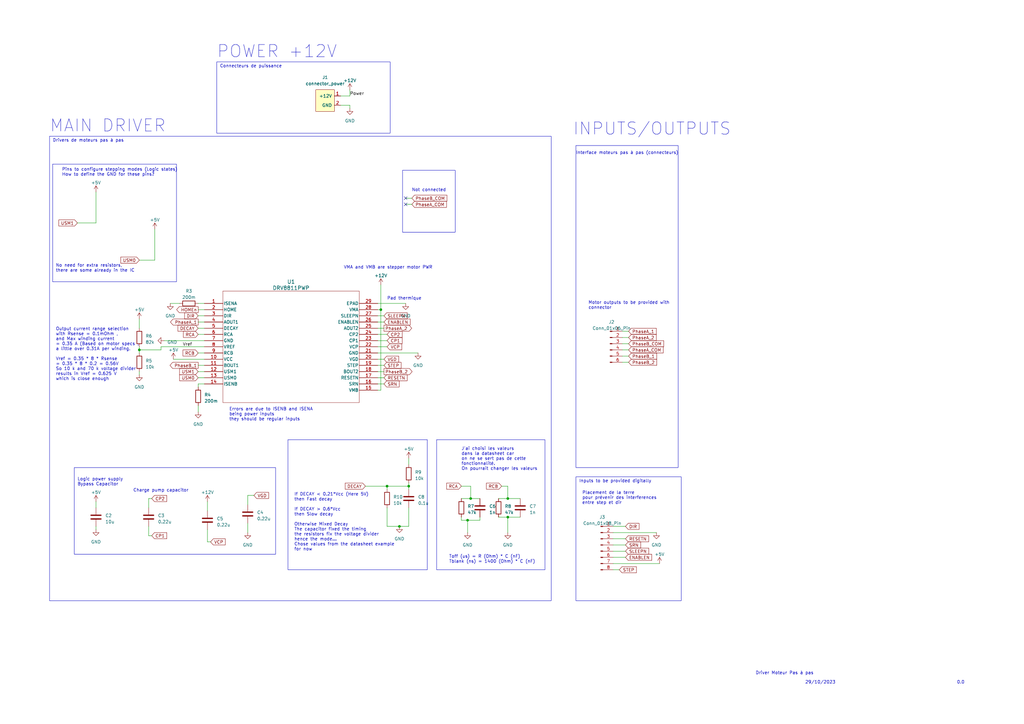
<source format=kicad_sch>
(kicad_sch (version 20230121) (generator eeschema)

  (uuid dd37a13e-a7bc-4ed0-8670-e6e06006f079)

  (paper "A3")

  (lib_symbols
    (symbol "+5V_2" (power) (pin_names (offset 0)) (in_bom yes) (on_board yes)
      (property "Reference" "#PWR" (at 0 -3.81 0)
        (effects (font (size 1.27 1.27)) hide)
      )
      (property "Value" "+5V_2" (at 0 3.556 0)
        (effects (font (size 1.27 1.27)))
      )
      (property "Footprint" "" (at 0 0 0)
        (effects (font (size 1.27 1.27)) hide)
      )
      (property "Datasheet" "" (at 0 0 0)
        (effects (font (size 1.27 1.27)) hide)
      )
      (property "ki_keywords" "global power" (at 0 0 0)
        (effects (font (size 1.27 1.27)) hide)
      )
      (property "ki_description" "Power symbol creates a global label with name \"+5V\"" (at 0 0 0)
        (effects (font (size 1.27 1.27)) hide)
      )
      (symbol "+5V_2_0_1"
        (polyline
          (pts
            (xy -0.762 1.27)
            (xy 0 2.54)
          )
          (stroke (width 0) (type default))
          (fill (type none))
        )
        (polyline
          (pts
            (xy 0 0)
            (xy 0 2.54)
          )
          (stroke (width 0) (type default))
          (fill (type none))
        )
        (polyline
          (pts
            (xy 0 2.54)
            (xy 0.762 1.27)
          )
          (stroke (width 0) (type default))
          (fill (type none))
        )
      )
      (symbol "+5V_2_1_1"
        (pin power_in line (at 0 0 90) (length 0) hide
          (name "+5V" (effects (font (size 1.27 1.27))))
          (number "1" (effects (font (size 1.27 1.27))))
        )
      )
    )
    (symbol "+5V_3" (power) (pin_names (offset 0)) (in_bom yes) (on_board yes)
      (property "Reference" "#PWR" (at 0 -3.81 0)
        (effects (font (size 1.27 1.27)) hide)
      )
      (property "Value" "+5V_3" (at 0 3.556 0)
        (effects (font (size 1.27 1.27)))
      )
      (property "Footprint" "" (at 0 0 0)
        (effects (font (size 1.27 1.27)) hide)
      )
      (property "Datasheet" "" (at 0 0 0)
        (effects (font (size 1.27 1.27)) hide)
      )
      (property "ki_keywords" "global power" (at 0 0 0)
        (effects (font (size 1.27 1.27)) hide)
      )
      (property "ki_description" "Power symbol creates a global label with name \"+5V\"" (at 0 0 0)
        (effects (font (size 1.27 1.27)) hide)
      )
      (symbol "+5V_3_0_1"
        (polyline
          (pts
            (xy -0.762 1.27)
            (xy 0 2.54)
          )
          (stroke (width 0) (type default))
          (fill (type none))
        )
        (polyline
          (pts
            (xy 0 0)
            (xy 0 2.54)
          )
          (stroke (width 0) (type default))
          (fill (type none))
        )
        (polyline
          (pts
            (xy 0 2.54)
            (xy 0.762 1.27)
          )
          (stroke (width 0) (type default))
          (fill (type none))
        )
      )
      (symbol "+5V_3_1_1"
        (pin power_in line (at 0 0 90) (length 0) hide
          (name "+5V" (effects (font (size 1.27 1.27))))
          (number "1" (effects (font (size 1.27 1.27))))
        )
      )
    )
    (symbol "+5V_5" (power) (pin_names (offset 0)) (in_bom yes) (on_board yes)
      (property "Reference" "#PWR" (at 0 -3.81 0)
        (effects (font (size 1.27 1.27)) hide)
      )
      (property "Value" "+5V_5" (at 0 3.556 0)
        (effects (font (size 1.27 1.27)))
      )
      (property "Footprint" "" (at 0 0 0)
        (effects (font (size 1.27 1.27)) hide)
      )
      (property "Datasheet" "" (at 0 0 0)
        (effects (font (size 1.27 1.27)) hide)
      )
      (property "ki_keywords" "global power" (at 0 0 0)
        (effects (font (size 1.27 1.27)) hide)
      )
      (property "ki_description" "Power symbol creates a global label with name \"+5V\"" (at 0 0 0)
        (effects (font (size 1.27 1.27)) hide)
      )
      (symbol "+5V_5_0_1"
        (polyline
          (pts
            (xy -0.762 1.27)
            (xy 0 2.54)
          )
          (stroke (width 0) (type default))
          (fill (type none))
        )
        (polyline
          (pts
            (xy 0 0)
            (xy 0 2.54)
          )
          (stroke (width 0) (type default))
          (fill (type none))
        )
        (polyline
          (pts
            (xy 0 2.54)
            (xy 0.762 1.27)
          )
          (stroke (width 0) (type default))
          (fill (type none))
        )
      )
      (symbol "+5V_5_1_1"
        (pin power_in line (at 0 0 90) (length 0) hide
          (name "+5V" (effects (font (size 1.27 1.27))))
          (number "1" (effects (font (size 1.27 1.27))))
        )
      )
    )
    (symbol "Connector:Conn_01x06_Pin" (pin_names (offset 1.016) hide) (in_bom yes) (on_board yes)
      (property "Reference" "J" (at 0 7.62 0)
        (effects (font (size 1.27 1.27)))
      )
      (property "Value" "Conn_01x06_Pin" (at 0 -10.16 0)
        (effects (font (size 1.27 1.27)))
      )
      (property "Footprint" "" (at 0 0 0)
        (effects (font (size 1.27 1.27)) hide)
      )
      (property "Datasheet" "~" (at 0 0 0)
        (effects (font (size 1.27 1.27)) hide)
      )
      (property "ki_locked" "" (at 0 0 0)
        (effects (font (size 1.27 1.27)))
      )
      (property "ki_keywords" "connector" (at 0 0 0)
        (effects (font (size 1.27 1.27)) hide)
      )
      (property "ki_description" "Generic connector, single row, 01x06, script generated" (at 0 0 0)
        (effects (font (size 1.27 1.27)) hide)
      )
      (property "ki_fp_filters" "Connector*:*_1x??_*" (at 0 0 0)
        (effects (font (size 1.27 1.27)) hide)
      )
      (symbol "Conn_01x06_Pin_1_1"
        (polyline
          (pts
            (xy 1.27 -7.62)
            (xy 0.8636 -7.62)
          )
          (stroke (width 0.1524) (type default))
          (fill (type none))
        )
        (polyline
          (pts
            (xy 1.27 -5.08)
            (xy 0.8636 -5.08)
          )
          (stroke (width 0.1524) (type default))
          (fill (type none))
        )
        (polyline
          (pts
            (xy 1.27 -2.54)
            (xy 0.8636 -2.54)
          )
          (stroke (width 0.1524) (type default))
          (fill (type none))
        )
        (polyline
          (pts
            (xy 1.27 0)
            (xy 0.8636 0)
          )
          (stroke (width 0.1524) (type default))
          (fill (type none))
        )
        (polyline
          (pts
            (xy 1.27 2.54)
            (xy 0.8636 2.54)
          )
          (stroke (width 0.1524) (type default))
          (fill (type none))
        )
        (polyline
          (pts
            (xy 1.27 5.08)
            (xy 0.8636 5.08)
          )
          (stroke (width 0.1524) (type default))
          (fill (type none))
        )
        (rectangle (start 0.8636 -7.493) (end 0 -7.747)
          (stroke (width 0.1524) (type default))
          (fill (type outline))
        )
        (rectangle (start 0.8636 -4.953) (end 0 -5.207)
          (stroke (width 0.1524) (type default))
          (fill (type outline))
        )
        (rectangle (start 0.8636 -2.413) (end 0 -2.667)
          (stroke (width 0.1524) (type default))
          (fill (type outline))
        )
        (rectangle (start 0.8636 0.127) (end 0 -0.127)
          (stroke (width 0.1524) (type default))
          (fill (type outline))
        )
        (rectangle (start 0.8636 2.667) (end 0 2.413)
          (stroke (width 0.1524) (type default))
          (fill (type outline))
        )
        (rectangle (start 0.8636 5.207) (end 0 4.953)
          (stroke (width 0.1524) (type default))
          (fill (type outline))
        )
        (pin passive line (at 5.08 5.08 180) (length 3.81)
          (name "Pin_1" (effects (font (size 1.27 1.27))))
          (number "1" (effects (font (size 1.27 1.27))))
        )
        (pin passive line (at 5.08 2.54 180) (length 3.81)
          (name "Pin_2" (effects (font (size 1.27 1.27))))
          (number "2" (effects (font (size 1.27 1.27))))
        )
        (pin passive line (at 5.08 0 180) (length 3.81)
          (name "Pin_3" (effects (font (size 1.27 1.27))))
          (number "3" (effects (font (size 1.27 1.27))))
        )
        (pin passive line (at 5.08 -2.54 180) (length 3.81)
          (name "Pin_4" (effects (font (size 1.27 1.27))))
          (number "4" (effects (font (size 1.27 1.27))))
        )
        (pin passive line (at 5.08 -5.08 180) (length 3.81)
          (name "Pin_5" (effects (font (size 1.27 1.27))))
          (number "5" (effects (font (size 1.27 1.27))))
        )
        (pin passive line (at 5.08 -7.62 180) (length 3.81)
          (name "Pin_6" (effects (font (size 1.27 1.27))))
          (number "6" (effects (font (size 1.27 1.27))))
        )
      )
    )
    (symbol "Device:C" (pin_numbers hide) (pin_names (offset 0.254)) (in_bom yes) (on_board yes)
      (property "Reference" "C" (at 0.635 2.54 0)
        (effects (font (size 1.27 1.27)) (justify left))
      )
      (property "Value" "C" (at 0.635 -2.54 0)
        (effects (font (size 1.27 1.27)) (justify left))
      )
      (property "Footprint" "" (at 0.9652 -3.81 0)
        (effects (font (size 1.27 1.27)) hide)
      )
      (property "Datasheet" "~" (at 0 0 0)
        (effects (font (size 1.27 1.27)) hide)
      )
      (property "ki_keywords" "cap capacitor" (at 0 0 0)
        (effects (font (size 1.27 1.27)) hide)
      )
      (property "ki_description" "Unpolarized capacitor" (at 0 0 0)
        (effects (font (size 1.27 1.27)) hide)
      )
      (property "ki_fp_filters" "C_*" (at 0 0 0)
        (effects (font (size 1.27 1.27)) hide)
      )
      (symbol "C_0_1"
        (polyline
          (pts
            (xy -2.032 -0.762)
            (xy 2.032 -0.762)
          )
          (stroke (width 0.508) (type default))
          (fill (type none))
        )
        (polyline
          (pts
            (xy -2.032 0.762)
            (xy 2.032 0.762)
          )
          (stroke (width 0.508) (type default))
          (fill (type none))
        )
      )
      (symbol "C_1_1"
        (pin passive line (at 0 3.81 270) (length 2.794)
          (name "~" (effects (font (size 1.27 1.27))))
          (number "1" (effects (font (size 1.27 1.27))))
        )
        (pin passive line (at 0 -3.81 90) (length 2.794)
          (name "~" (effects (font (size 1.27 1.27))))
          (number "2" (effects (font (size 1.27 1.27))))
        )
      )
    )
    (symbol "Device:R" (pin_numbers hide) (pin_names (offset 0)) (in_bom yes) (on_board yes)
      (property "Reference" "R" (at 2.032 0 90)
        (effects (font (size 1.27 1.27)))
      )
      (property "Value" "R" (at 0 0 90)
        (effects (font (size 1.27 1.27)))
      )
      (property "Footprint" "" (at -1.778 0 90)
        (effects (font (size 1.27 1.27)) hide)
      )
      (property "Datasheet" "~" (at 0 0 0)
        (effects (font (size 1.27 1.27)) hide)
      )
      (property "ki_keywords" "R res resistor" (at 0 0 0)
        (effects (font (size 1.27 1.27)) hide)
      )
      (property "ki_description" "Resistor" (at 0 0 0)
        (effects (font (size 1.27 1.27)) hide)
      )
      (property "ki_fp_filters" "R_*" (at 0 0 0)
        (effects (font (size 1.27 1.27)) hide)
      )
      (symbol "R_0_1"
        (rectangle (start -1.016 -2.54) (end 1.016 2.54)
          (stroke (width 0.254) (type default))
          (fill (type none))
        )
      )
      (symbol "R_1_1"
        (pin passive line (at 0 3.81 270) (length 1.27)
          (name "~" (effects (font (size 1.27 1.27))))
          (number "1" (effects (font (size 1.27 1.27))))
        )
        (pin passive line (at 0 -3.81 90) (length 1.27)
          (name "~" (effects (font (size 1.27 1.27))))
          (number "2" (effects (font (size 1.27 1.27))))
        )
      )
    )
    (symbol "GND_2" (power) (pin_names (offset 0)) (in_bom yes) (on_board yes)
      (property "Reference" "#PWR" (at 0 -6.35 0)
        (effects (font (size 1.27 1.27)) hide)
      )
      (property "Value" "GND_2" (at 0 -3.81 0)
        (effects (font (size 1.27 1.27)))
      )
      (property "Footprint" "" (at 0 0 0)
        (effects (font (size 1.27 1.27)) hide)
      )
      (property "Datasheet" "" (at 0 0 0)
        (effects (font (size 1.27 1.27)) hide)
      )
      (property "ki_keywords" "global power" (at 0 0 0)
        (effects (font (size 1.27 1.27)) hide)
      )
      (property "ki_description" "Power symbol creates a global label with name \"GND\" , ground" (at 0 0 0)
        (effects (font (size 1.27 1.27)) hide)
      )
      (symbol "GND_2_0_1"
        (polyline
          (pts
            (xy 0 0)
            (xy 0 -1.27)
            (xy 1.27 -1.27)
            (xy 0 -2.54)
            (xy -1.27 -1.27)
            (xy 0 -1.27)
          )
          (stroke (width 0) (type default))
          (fill (type none))
        )
      )
      (symbol "GND_2_1_1"
        (pin power_in line (at 0 0 270) (length 0) hide
          (name "GND" (effects (font (size 1.27 1.27))))
          (number "1" (effects (font (size 1.27 1.27))))
        )
      )
    )
    (symbol "PCM_2023-10-09_21-45-47:DRV8811PWP" (pin_names (offset 0.254)) (in_bom yes) (on_board yes)
      (property "Reference" "U" (at 35.56 10.16 0)
        (effects (font (size 1.524 1.524)))
      )
      (property "Value" "DRV8811PWP" (at 35.56 7.62 0)
        (effects (font (size 1.524 1.524)))
      )
      (property "Footprint" "PWP28_5P18X3P1" (at 0 0 0)
        (effects (font (size 1.27 1.27) italic) hide)
      )
      (property "Datasheet" "DRV8811PWP" (at 0 0 0)
        (effects (font (size 1.27 1.27) italic) hide)
      )
      (property "ki_locked" "" (at 0 0 0)
        (effects (font (size 1.27 1.27)))
      )
      (property "ki_keywords" "DRV8811PWP" (at 0 0 0)
        (effects (font (size 1.27 1.27)) hide)
      )
      (property "ki_fp_filters" "PWP28_5P18X3P1 PWP28_5P18X3P1-M PWP28_5P18X3P1-L" (at 0 0 0)
        (effects (font (size 1.27 1.27)) hide)
      )
      (symbol "DRV8811PWP_0_1"
        (polyline
          (pts
            (xy 7.62 -40.64)
            (xy 63.5 -40.64)
          )
          (stroke (width 0.127) (type default))
          (fill (type none))
        )
        (polyline
          (pts
            (xy 7.62 5.08)
            (xy 7.62 -40.64)
          )
          (stroke (width 0.127) (type default))
          (fill (type none))
        )
        (polyline
          (pts
            (xy 63.5 -40.64)
            (xy 63.5 5.08)
          )
          (stroke (width 0.127) (type default))
          (fill (type none))
        )
        (polyline
          (pts
            (xy 63.5 5.08)
            (xy 7.62 5.08)
          )
          (stroke (width 0.127) (type default))
          (fill (type none))
        )
        (pin power_in line (at 0 0 0) (length 7.62)
          (name "ISENA" (effects (font (size 1.27 1.27))))
          (number "1" (effects (font (size 1.27 1.27))))
        )
        (pin power_in line (at 0 -22.86 0) (length 7.62)
          (name "VCC" (effects (font (size 1.27 1.27))))
          (number "10" (effects (font (size 1.27 1.27))))
        )
        (pin output line (at 0 -25.4 0) (length 7.62)
          (name "BOUT1" (effects (font (size 1.27 1.27))))
          (number "11" (effects (font (size 1.27 1.27))))
        )
        (pin input line (at 0 -27.94 0) (length 7.62)
          (name "USM1" (effects (font (size 1.27 1.27))))
          (number "12" (effects (font (size 1.27 1.27))))
        )
        (pin input line (at 0 -30.48 0) (length 7.62)
          (name "USM0" (effects (font (size 1.27 1.27))))
          (number "13" (effects (font (size 1.27 1.27))))
        )
        (pin power_in line (at 0 -33.02 0) (length 7.62)
          (name "ISENB" (effects (font (size 1.27 1.27))))
          (number "14" (effects (font (size 1.27 1.27))))
        )
        (pin power_in line (at 71.12 -35.56 180) (length 7.62)
          (name "VMB" (effects (font (size 1.27 1.27))))
          (number "15" (effects (font (size 1.27 1.27))))
        )
        (pin input line (at 71.12 -33.02 180) (length 7.62)
          (name "SRN" (effects (font (size 1.27 1.27))))
          (number "16" (effects (font (size 1.27 1.27))))
        )
        (pin input line (at 71.12 -30.48 180) (length 7.62)
          (name "RESETN" (effects (font (size 1.27 1.27))))
          (number "17" (effects (font (size 1.27 1.27))))
        )
        (pin output line (at 71.12 -27.94 180) (length 7.62)
          (name "BOUT2" (effects (font (size 1.27 1.27))))
          (number "18" (effects (font (size 1.27 1.27))))
        )
        (pin input line (at 71.12 -25.4 180) (length 7.62)
          (name "STEP" (effects (font (size 1.27 1.27))))
          (number "19" (effects (font (size 1.27 1.27))))
        )
        (pin output line (at 0 -2.54 0) (length 7.62)
          (name "HOME" (effects (font (size 1.27 1.27))))
          (number "2" (effects (font (size 1.27 1.27))))
        )
        (pin bidirectional line (at 71.12 -22.86 180) (length 7.62)
          (name "VGD" (effects (font (size 1.27 1.27))))
          (number "20" (effects (font (size 1.27 1.27))))
        )
        (pin power_in line (at 71.12 -20.32 180) (length 7.62)
          (name "GND" (effects (font (size 1.27 1.27))))
          (number "21" (effects (font (size 1.27 1.27))))
        )
        (pin bidirectional line (at 71.12 -17.78 180) (length 7.62)
          (name "VCP" (effects (font (size 1.27 1.27))))
          (number "22" (effects (font (size 1.27 1.27))))
        )
        (pin bidirectional line (at 71.12 -15.24 180) (length 7.62)
          (name "CP1" (effects (font (size 1.27 1.27))))
          (number "23" (effects (font (size 1.27 1.27))))
        )
        (pin bidirectional line (at 71.12 -12.7 180) (length 7.62)
          (name "CP2" (effects (font (size 1.27 1.27))))
          (number "24" (effects (font (size 1.27 1.27))))
        )
        (pin output line (at 71.12 -10.16 180) (length 7.62)
          (name "AOUT2" (effects (font (size 1.27 1.27))))
          (number "25" (effects (font (size 1.27 1.27))))
        )
        (pin input line (at 71.12 -7.62 180) (length 7.62)
          (name "ENABLEN" (effects (font (size 1.27 1.27))))
          (number "26" (effects (font (size 1.27 1.27))))
        )
        (pin input line (at 71.12 -5.08 180) (length 7.62)
          (name "SLEEPN" (effects (font (size 1.27 1.27))))
          (number "27" (effects (font (size 1.27 1.27))))
        )
        (pin power_in line (at 71.12 -2.54 180) (length 7.62)
          (name "VMA" (effects (font (size 1.27 1.27))))
          (number "28" (effects (font (size 1.27 1.27))))
        )
        (pin unspecified line (at 71.12 0 180) (length 7.62)
          (name "EPAD" (effects (font (size 1.27 1.27))))
          (number "29" (effects (font (size 1.27 1.27))))
        )
        (pin input line (at 0 -5.08 0) (length 7.62)
          (name "DIR" (effects (font (size 1.27 1.27))))
          (number "3" (effects (font (size 1.27 1.27))))
        )
        (pin output line (at 0 -7.62 0) (length 7.62)
          (name "AOUT1" (effects (font (size 1.27 1.27))))
          (number "4" (effects (font (size 1.27 1.27))))
        )
        (pin input line (at 0 -10.16 0) (length 7.62)
          (name "DECAY" (effects (font (size 1.27 1.27))))
          (number "5" (effects (font (size 1.27 1.27))))
        )
        (pin input line (at 0 -12.7 0) (length 7.62)
          (name "RCA" (effects (font (size 1.27 1.27))))
          (number "6" (effects (font (size 1.27 1.27))))
        )
        (pin power_in line (at 0 -15.24 0) (length 7.62)
          (name "GND" (effects (font (size 1.27 1.27))))
          (number "7" (effects (font (size 1.27 1.27))))
        )
        (pin input line (at 0 -17.78 0) (length 7.62)
          (name "VREF" (effects (font (size 1.27 1.27))))
          (number "8" (effects (font (size 1.27 1.27))))
        )
        (pin input line (at 0 -20.32 0) (length 7.62)
          (name "RCB" (effects (font (size 1.27 1.27))))
          (number "9" (effects (font (size 1.27 1.27))))
        )
      )
    )
    (symbol "PCM_Robot:Conn_01x08_Pin" (pin_names (offset 1.016) hide) (in_bom yes) (on_board yes)
      (property "Reference" "J5" (at 0.635 11.43 0)
        (effects (font (size 1.27 1.27)))
      )
      (property "Value" "Conn_01x08_Pin" (at 0.635 8.89 0)
        (effects (font (size 1.27 1.27)))
      )
      (property "Footprint" "" (at 0 0 0)
        (effects (font (size 1.27 1.27)) hide)
      )
      (property "Datasheet" "~" (at 0 0 0)
        (effects (font (size 1.27 1.27)) hide)
      )
      (property "ki_locked" "" (at 0 0 0)
        (effects (font (size 1.27 1.27)))
      )
      (property "ki_keywords" "connector" (at 0 0 0)
        (effects (font (size 1.27 1.27)) hide)
      )
      (property "ki_description" "Generic connector, single row, 01x08, script generated" (at 0 0 0)
        (effects (font (size 1.27 1.27)) hide)
      )
      (property "ki_fp_filters" "Connector*:*_1x??_*" (at 0 0 0)
        (effects (font (size 1.27 1.27)) hide)
      )
      (symbol "Conn_01x08_Pin_1_1"
        (polyline
          (pts
            (xy 1.27 -10.16)
            (xy 0.8636 -10.16)
          )
          (stroke (width 0.1524) (type default))
          (fill (type none))
        )
        (polyline
          (pts
            (xy 1.27 -7.62)
            (xy 0.8636 -7.62)
          )
          (stroke (width 0.1524) (type default))
          (fill (type none))
        )
        (polyline
          (pts
            (xy 1.27 -5.08)
            (xy 0.8636 -5.08)
          )
          (stroke (width 0.1524) (type default))
          (fill (type none))
        )
        (polyline
          (pts
            (xy 1.27 -2.54)
            (xy 0.8636 -2.54)
          )
          (stroke (width 0.1524) (type default))
          (fill (type none))
        )
        (polyline
          (pts
            (xy 1.27 0)
            (xy 0.8636 0)
          )
          (stroke (width 0.1524) (type default))
          (fill (type none))
        )
        (polyline
          (pts
            (xy 1.27 2.54)
            (xy 0.8636 2.54)
          )
          (stroke (width 0.1524) (type default))
          (fill (type none))
        )
        (polyline
          (pts
            (xy 1.27 5.08)
            (xy 0.8636 5.08)
          )
          (stroke (width 0.1524) (type default))
          (fill (type none))
        )
        (polyline
          (pts
            (xy 1.27 7.62)
            (xy 0.8636 7.62)
          )
          (stroke (width 0.1524) (type default))
          (fill (type none))
        )
        (rectangle (start 0.8636 -10.033) (end 0 -10.287)
          (stroke (width 0.1524) (type default))
          (fill (type outline))
        )
        (rectangle (start 0.8636 -7.493) (end 0 -7.747)
          (stroke (width 0.1524) (type default))
          (fill (type outline))
        )
        (rectangle (start 0.8636 -4.953) (end 0 -5.207)
          (stroke (width 0.1524) (type default))
          (fill (type outline))
        )
        (rectangle (start 0.8636 -2.413) (end 0 -2.667)
          (stroke (width 0.1524) (type default))
          (fill (type outline))
        )
        (rectangle (start 0.8636 0.127) (end 0 -0.127)
          (stroke (width 0.1524) (type default))
          (fill (type outline))
        )
        (rectangle (start 0.8636 2.667) (end 0 2.413)
          (stroke (width 0.1524) (type default))
          (fill (type outline))
        )
        (rectangle (start 0.8636 5.207) (end 0 4.953)
          (stroke (width 0.1524) (type default))
          (fill (type outline))
        )
        (rectangle (start 0.8636 7.747) (end 0 7.493)
          (stroke (width 0.1524) (type default))
          (fill (type outline))
        )
        (pin passive line (at 5.08 7.62 180) (length 3.81)
          (name "Pin_1" (effects (font (size 1.27 1.27))))
          (number "1" (effects (font (size 1.27 1.27))))
        )
        (pin passive line (at 5.08 5.08 180) (length 3.81)
          (name "Pin_2" (effects (font (size 1.27 1.27))))
          (number "2" (effects (font (size 1.27 1.27))))
        )
        (pin passive line (at 5.08 2.54 180) (length 3.81)
          (name "Pin_3" (effects (font (size 1.27 1.27))))
          (number "3" (effects (font (size 1.27 1.27))))
        )
        (pin passive line (at 5.08 0 180) (length 3.81)
          (name "Pin_4" (effects (font (size 1.27 1.27))))
          (number "4" (effects (font (size 1.27 1.27))))
        )
        (pin passive line (at 5.08 -2.54 180) (length 3.81)
          (name "Pin_5" (effects (font (size 1.27 1.27))))
          (number "5" (effects (font (size 1.27 1.27))))
        )
        (pin passive line (at 5.08 -5.08 180) (length 3.81)
          (name "Pin_6" (effects (font (size 1.27 1.27))))
          (number "6" (effects (font (size 1.27 1.27))))
        )
        (pin power_out line (at 5.08 -7.62 180) (length 3.81)
          (name "Pin_7" (effects (font (size 1.27 1.27))))
          (number "7" (effects (font (size 1.27 1.27))))
        )
        (pin passive line (at 5.08 -10.16 180) (length 3.81)
          (name "Pin_8" (effects (font (size 1.27 1.27))))
          (number "8" (effects (font (size 1.27 1.27))))
        )
      )
    )
    (symbol "Robot:connector_power" (pin_names (offset 1)) (in_bom yes) (on_board yes)
      (property "Reference" "J" (at 0 0 0)
        (effects (font (size 1.27 1.27)))
      )
      (property "Value" "connector_power" (at 0 1.905 0)
        (effects (font (size 1.27 1.27)))
      )
      (property "Footprint" "Robot:WR_TBL_3137_2pins" (at 0 0 0)
        (effects (font (size 1.27 1.27)) hide)
      )
      (property "Datasheet" "" (at 0 0 0)
        (effects (font (size 1.27 1.27)) hide)
      )
      (symbol "connector_power_0_1"
        (rectangle (start -6.35 -1.27) (end 1.27 -10.16)
          (stroke (width 0) (type default))
          (fill (type background))
        )
      )
      (symbol "connector_power_1_1"
        (pin power_out line (at 3.81 -3.81 180) (length 2.54)
          (name "+12V" (effects (font (size 1.27 1.27))))
          (number "1" (effects (font (size 1.27 1.27))))
        )
        (pin power_out line (at 3.81 -7.62 180) (length 2.54)
          (name "GND" (effects (font (size 1.27 1.27))))
          (number "2" (effects (font (size 1.27 1.27))))
        )
      )
    )
    (symbol "power:+12V" (power) (pin_names (offset 0)) (in_bom yes) (on_board yes)
      (property "Reference" "#PWR" (at 0 -3.81 0)
        (effects (font (size 1.27 1.27)) hide)
      )
      (property "Value" "+12V" (at 0 3.556 0)
        (effects (font (size 1.27 1.27)))
      )
      (property "Footprint" "" (at 0 0 0)
        (effects (font (size 1.27 1.27)) hide)
      )
      (property "Datasheet" "" (at 0 0 0)
        (effects (font (size 1.27 1.27)) hide)
      )
      (property "ki_keywords" "global power" (at 0 0 0)
        (effects (font (size 1.27 1.27)) hide)
      )
      (property "ki_description" "Power symbol creates a global label with name \"+12V\"" (at 0 0 0)
        (effects (font (size 1.27 1.27)) hide)
      )
      (symbol "+12V_0_1"
        (polyline
          (pts
            (xy -0.762 1.27)
            (xy 0 2.54)
          )
          (stroke (width 0) (type default))
          (fill (type none))
        )
        (polyline
          (pts
            (xy 0 0)
            (xy 0 2.54)
          )
          (stroke (width 0) (type default))
          (fill (type none))
        )
        (polyline
          (pts
            (xy 0 2.54)
            (xy 0.762 1.27)
          )
          (stroke (width 0) (type default))
          (fill (type none))
        )
      )
      (symbol "+12V_1_1"
        (pin power_in line (at 0 0 90) (length 0) hide
          (name "+12V" (effects (font (size 1.27 1.27))))
          (number "1" (effects (font (size 1.27 1.27))))
        )
      )
    )
    (symbol "power:GND" (power) (pin_names (offset 0)) (in_bom yes) (on_board yes)
      (property "Reference" "#PWR" (at 0 -6.35 0)
        (effects (font (size 1.27 1.27)) hide)
      )
      (property "Value" "GND" (at 0 -3.81 0)
        (effects (font (size 1.27 1.27)))
      )
      (property "Footprint" "" (at 0 0 0)
        (effects (font (size 1.27 1.27)) hide)
      )
      (property "Datasheet" "" (at 0 0 0)
        (effects (font (size 1.27 1.27)) hide)
      )
      (property "ki_keywords" "global power" (at 0 0 0)
        (effects (font (size 1.27 1.27)) hide)
      )
      (property "ki_description" "Power symbol creates a global label with name \"GND\" , ground" (at 0 0 0)
        (effects (font (size 1.27 1.27)) hide)
      )
      (symbol "GND_0_1"
        (polyline
          (pts
            (xy 0 0)
            (xy 0 -1.27)
            (xy 1.27 -1.27)
            (xy 0 -2.54)
            (xy -1.27 -1.27)
            (xy 0 -1.27)
          )
          (stroke (width 0) (type default))
          (fill (type none))
        )
      )
      (symbol "GND_1_1"
        (pin power_in line (at 0 0 270) (length 0) hide
          (name "GND" (effects (font (size 1.27 1.27))))
          (number "1" (effects (font (size 1.27 1.27))))
        )
      )
    )
  )


  (junction (at 158.75 199.39) (diameter 0) (color 0 0 0 0)
    (uuid 13b6c8fb-8de1-4896-b90b-437e7b99e5db)
  )
  (junction (at 57.15 143.51) (diameter 0) (color 0 0 0 0)
    (uuid 298c96ef-27f7-4d04-892f-2dc858df5b8d)
  )
  (junction (at 191.77 213.36) (diameter 0) (color 0 0 0 0)
    (uuid 353b1c57-43a5-4f6d-a576-d762af0ed9cb)
  )
  (junction (at 163.83 215.9) (diameter 0) (color 0 0 0 0)
    (uuid 526f7b4d-8ded-4fb1-9274-12675abf2185)
  )
  (junction (at 193.04 204.47) (diameter 0) (color 0 0 0 0)
    (uuid 91b32564-aeb0-4c14-b9d6-b40d4417ba45)
  )
  (junction (at 156.21 127) (diameter 0) (color 0 0 0 0)
    (uuid 985a6980-5e4c-4227-9fc4-83ef20e5d4a0)
  )
  (junction (at 208.28 212.09) (diameter 0) (color 0 0 0 0)
    (uuid 9bb1a58a-9a8f-4022-a3cc-2d2ac4d43400)
  )
  (junction (at 167.64 199.39) (diameter 0) (color 0 0 0 0)
    (uuid e64848ea-ea0c-4f50-931d-d516167c5894)
  )
  (junction (at 208.28 204.47) (diameter 0) (color 0 0 0 0)
    (uuid fece6562-1cd0-44a1-af4a-b35063a93b96)
  )

  (no_connect (at 166.37 83.82) (uuid 1c7df378-abc2-4eba-9f30-ecfa5142b9b4))
  (no_connect (at 166.37 81.28) (uuid 7c5a1470-cb24-4f65-b67a-098689fb8a26))

  (wire (pts (xy 81.28 152.4) (xy 83.82 152.4))
    (stroke (width 0) (type default))
    (uuid 01f57113-1100-44e8-b52b-4102969ac9a9)
  )
  (wire (pts (xy 158.75 215.9) (xy 163.83 215.9))
    (stroke (width 0) (type default))
    (uuid 02f11616-84e3-42d6-be20-9d4947a69d47)
  )
  (wire (pts (xy 101.6 203.2) (xy 101.6 207.01))
    (stroke (width 0) (type default))
    (uuid 031d8288-2c91-4b81-8482-a52a9e1b672c)
  )
  (wire (pts (xy 167.64 208.28) (xy 167.64 215.9))
    (stroke (width 0) (type default))
    (uuid 03789a4b-4aa3-43f0-8f6e-b698419690e6)
  )
  (wire (pts (xy 63.5 93.98) (xy 63.5 106.68))
    (stroke (width 0) (type default))
    (uuid 074cfde6-aac1-4e4e-97db-4886a1c77a90)
  )
  (wire (pts (xy 251.46 231.14) (xy 270.51 231.14))
    (stroke (width 0) (type default))
    (uuid 0ac929df-a299-49b8-adbe-a6df46165f72)
  )
  (wire (pts (xy 208.28 204.47) (xy 213.36 204.47))
    (stroke (width 0) (type default))
    (uuid 0d065626-12fb-42b4-b225-462f859b63f4)
  )
  (wire (pts (xy 167.64 215.9) (xy 163.83 215.9))
    (stroke (width 0) (type default))
    (uuid 14bd10e7-cd38-43c6-8abd-8d4d1dd95bb9)
  )
  (wire (pts (xy 57.15 143.51) (xy 57.15 144.78))
    (stroke (width 0) (type default))
    (uuid 1900fcf8-111f-4a83-ac6c-6cba1c4d2002)
  )
  (wire (pts (xy 81.28 132.08) (xy 83.82 132.08))
    (stroke (width 0) (type default))
    (uuid 1fb20ddb-6024-47f0-9f45-1c97e5ecbc28)
  )
  (wire (pts (xy 251.46 218.44) (xy 269.24 218.44))
    (stroke (width 0) (type default))
    (uuid 1ff8c699-6878-4d3e-a805-b6be55109d31)
  )
  (wire (pts (xy 158.75 199.39) (xy 167.64 199.39))
    (stroke (width 0) (type default))
    (uuid 220cb5fb-3b47-418e-b5be-4a3ea9816d41)
  )
  (wire (pts (xy 81.28 127) (xy 83.82 127))
    (stroke (width 0) (type default))
    (uuid 24ba1353-ea4e-4e83-8cf1-a12edab076de)
  )
  (wire (pts (xy 66.04 142.24) (xy 66.04 143.51))
    (stroke (width 0) (type default))
    (uuid 25d590b3-424a-4419-862d-764e6783761f)
  )
  (wire (pts (xy 154.94 152.4) (xy 157.48 152.4))
    (stroke (width 0) (type default))
    (uuid 26f9dfeb-232a-4603-acb8-fdc81666aebf)
  )
  (wire (pts (xy 167.64 199.39) (xy 167.64 200.66))
    (stroke (width 0) (type default))
    (uuid 2f82f46d-722d-449c-ac9b-f886bd1479ef)
  )
  (wire (pts (xy 139.7 43.18) (xy 143.51 43.18))
    (stroke (width 0) (type default))
    (uuid 307083d0-439a-4301-a9b9-e465bc71ba61)
  )
  (wire (pts (xy 81.28 154.94) (xy 83.82 154.94))
    (stroke (width 0) (type default))
    (uuid 361a44d2-4d0e-4906-9463-84eca0142a19)
  )
  (wire (pts (xy 251.46 223.52) (xy 256.54 223.52))
    (stroke (width 0) (type default))
    (uuid 37ad64eb-c89e-4585-aec7-cf0b3d2315d5)
  )
  (wire (pts (xy 255.27 146.05) (xy 257.81 146.05))
    (stroke (width 0) (type default))
    (uuid 3acd852b-9a18-4ca8-8a20-27792dfeafe8)
  )
  (wire (pts (xy 71.12 147.32) (xy 83.82 147.32))
    (stroke (width 0) (type default))
    (uuid 3fafcd07-57e1-47a5-9e4e-49ddc658b03e)
  )
  (wire (pts (xy 208.28 199.39) (xy 208.28 204.47))
    (stroke (width 0) (type default))
    (uuid 42b0630a-87ee-4da9-b5e9-c403d3082349)
  )
  (wire (pts (xy 60.96 204.47) (xy 60.96 208.28))
    (stroke (width 0) (type default))
    (uuid 44fee750-431c-44db-bd44-ffff364c18e7)
  )
  (wire (pts (xy 57.15 106.68) (xy 63.5 106.68))
    (stroke (width 0) (type default))
    (uuid 47c06cf1-4254-4f23-8ccf-aa5011577ce8)
  )
  (wire (pts (xy 85.09 205.74) (xy 85.09 209.55))
    (stroke (width 0) (type default))
    (uuid 4f0e69d0-2931-4539-8363-2ee9770d9031)
  )
  (wire (pts (xy 139.7 39.37) (xy 143.51 39.37))
    (stroke (width 0) (type default))
    (uuid 4f592697-e75a-4d9f-b0d8-e0a2ecd9c286)
  )
  (wire (pts (xy 251.46 228.6) (xy 256.54 228.6))
    (stroke (width 0) (type default))
    (uuid 51271204-8abc-4d24-93a5-ed86fdd4e8f3)
  )
  (wire (pts (xy 251.46 226.06) (xy 256.54 226.06))
    (stroke (width 0) (type default))
    (uuid 515d3fcc-9892-419c-94cc-2152e905a4de)
  )
  (wire (pts (xy 60.96 215.9) (xy 60.96 219.71))
    (stroke (width 0) (type default))
    (uuid 51900f7c-a0b5-4ce5-8e0b-256e5101ea84)
  )
  (wire (pts (xy 189.23 199.39) (xy 193.04 199.39))
    (stroke (width 0) (type default))
    (uuid 58043eaf-cdcb-42b9-a0e8-2402584b7618)
  )
  (wire (pts (xy 154.94 154.94) (xy 157.48 154.94))
    (stroke (width 0) (type default))
    (uuid 5b81ce56-704d-4c09-b3cc-26e5faa6a60a)
  )
  (wire (pts (xy 39.37 78.74) (xy 39.37 91.44))
    (stroke (width 0) (type default))
    (uuid 5c083bb7-31a4-45a0-9cfd-840c6357c395)
  )
  (wire (pts (xy 193.04 204.47) (xy 196.85 204.47))
    (stroke (width 0) (type default))
    (uuid 5d8906a8-441b-4ba7-b5fd-4637c121d386)
  )
  (wire (pts (xy 149.86 199.39) (xy 158.75 199.39))
    (stroke (width 0) (type default))
    (uuid 5ed315bb-8fce-4f71-9318-36399acc2bb5)
  )
  (wire (pts (xy 67.31 139.7) (xy 83.82 139.7))
    (stroke (width 0) (type default))
    (uuid 606f66d3-2265-4514-b4a5-957b0d5da900)
  )
  (wire (pts (xy 189.23 213.36) (xy 189.23 212.09))
    (stroke (width 0) (type default))
    (uuid 658fad67-6896-437f-ae5b-cf6a732fc467)
  )
  (wire (pts (xy 39.37 91.44) (xy 31.75 91.44))
    (stroke (width 0) (type default))
    (uuid 6889904e-6c4f-40ac-83a9-92b22a2a52f9)
  )
  (wire (pts (xy 143.51 36.83) (xy 143.51 39.37))
    (stroke (width 0) (type default))
    (uuid 6db35a91-7d19-4272-b4be-e10f7597348b)
  )
  (wire (pts (xy 208.28 212.09) (xy 213.36 212.09))
    (stroke (width 0) (type default))
    (uuid 70ef28c0-7e1e-4c03-8e68-88971748e631)
  )
  (wire (pts (xy 83.82 157.48) (xy 81.28 157.48))
    (stroke (width 0) (type default))
    (uuid 72203366-a895-4608-8f39-028042a19418)
  )
  (wire (pts (xy 81.28 124.46) (xy 83.82 124.46))
    (stroke (width 0) (type default))
    (uuid 7729098c-404b-4b94-af84-80e891856e82)
  )
  (wire (pts (xy 154.94 127) (xy 156.21 127))
    (stroke (width 0) (type default))
    (uuid 7d7bda5c-4029-470b-9aae-1c7f891e8575)
  )
  (wire (pts (xy 69.85 124.46) (xy 73.66 124.46))
    (stroke (width 0) (type default))
    (uuid 8107530d-0d6a-48d3-a58f-c1be5b1889ff)
  )
  (wire (pts (xy 255.27 140.97) (xy 257.81 140.97))
    (stroke (width 0) (type default))
    (uuid 81625ec3-24bc-464e-8594-7b0d114a35ec)
  )
  (wire (pts (xy 251.46 233.68) (xy 254 233.68))
    (stroke (width 0) (type default))
    (uuid 837d1f8f-3e88-40f3-afda-8644956c3066)
  )
  (wire (pts (xy 156.21 127) (xy 156.21 160.02))
    (stroke (width 0) (type default))
    (uuid 8798acaa-7842-4a17-8d62-faf06befc483)
  )
  (wire (pts (xy 255.27 135.89) (xy 257.81 135.89))
    (stroke (width 0) (type default))
    (uuid 8837d503-e178-4817-a46a-6fdf75b4997f)
  )
  (wire (pts (xy 57.15 152.4) (xy 57.15 153.67))
    (stroke (width 0) (type default))
    (uuid 8c335d00-9f74-4782-9f03-209b69b4f758)
  )
  (wire (pts (xy 57.15 142.24) (xy 57.15 143.51))
    (stroke (width 0) (type default))
    (uuid 8d96139c-ca32-4b73-bd32-a7917dc8d67b)
  )
  (wire (pts (xy 167.64 198.12) (xy 167.64 199.39))
    (stroke (width 0) (type default))
    (uuid 8d9a8bae-ccad-4aea-95cd-7087f6235cf2)
  )
  (wire (pts (xy 81.28 129.54) (xy 83.82 129.54))
    (stroke (width 0) (type default))
    (uuid 8dd5d22a-f105-4763-98fa-c1d02895a722)
  )
  (wire (pts (xy 204.47 204.47) (xy 208.28 204.47))
    (stroke (width 0) (type default))
    (uuid 8e24aa0e-5168-439a-8ff3-4a577faf6c4a)
  )
  (wire (pts (xy 83.82 142.24) (xy 66.04 142.24))
    (stroke (width 0) (type default))
    (uuid 9048e495-9812-465a-9dd0-40d1cc562dd8)
  )
  (wire (pts (xy 255.27 143.51) (xy 257.81 143.51))
    (stroke (width 0) (type default))
    (uuid 93659053-17db-4763-a6b7-f49eccd2ee57)
  )
  (wire (pts (xy 85.09 222.25) (xy 86.36 222.25))
    (stroke (width 0) (type default))
    (uuid 93d176f7-b1dc-46ac-86b5-217f3efe1b22)
  )
  (wire (pts (xy 166.37 81.28) (xy 168.91 81.28))
    (stroke (width 0) (type default))
    (uuid 94979501-9fbb-4b37-b152-7ef7a5debf72)
  )
  (wire (pts (xy 85.09 217.17) (xy 85.09 222.25))
    (stroke (width 0) (type default))
    (uuid 94f3779f-8f06-44c8-b645-31d99909f528)
  )
  (wire (pts (xy 154.94 157.48) (xy 157.48 157.48))
    (stroke (width 0) (type default))
    (uuid 9e277ed5-7e69-46f5-8bb4-5d241645dede)
  )
  (wire (pts (xy 81.28 134.62) (xy 83.82 134.62))
    (stroke (width 0) (type default))
    (uuid a608290a-104b-4975-80aa-4acbcbab137e)
  )
  (wire (pts (xy 143.51 43.18) (xy 143.51 44.45))
    (stroke (width 0) (type default))
    (uuid aa04fdb7-e713-4fef-9364-adafccadbe2f)
  )
  (wire (pts (xy 101.6 214.63) (xy 101.6 218.44))
    (stroke (width 0) (type default))
    (uuid aa475519-23bc-49fd-b143-2d8ab0e96545)
  )
  (wire (pts (xy 196.85 212.09) (xy 196.85 213.36))
    (stroke (width 0) (type default))
    (uuid acc9972c-a3a9-4c3e-abbc-3269c2a425a7)
  )
  (wire (pts (xy 191.77 218.44) (xy 191.77 213.36))
    (stroke (width 0) (type default))
    (uuid ae750005-0938-49c4-bf60-9a277702ea26)
  )
  (wire (pts (xy 154.94 134.62) (xy 157.48 134.62))
    (stroke (width 0) (type default))
    (uuid ae87c720-e6cf-437a-a4bd-402101c41e1c)
  )
  (wire (pts (xy 208.28 212.09) (xy 208.28 218.44))
    (stroke (width 0) (type default))
    (uuid afccb1ac-15fb-4276-b07a-5b119c438d96)
  )
  (wire (pts (xy 154.94 144.78) (xy 171.45 144.78))
    (stroke (width 0) (type default))
    (uuid b020c474-17b9-46e1-af7f-a536c0216cba)
  )
  (wire (pts (xy 196.85 213.36) (xy 191.77 213.36))
    (stroke (width 0) (type default))
    (uuid b09053b3-7525-4fea-8d82-9c02ce584778)
  )
  (wire (pts (xy 81.28 157.48) (xy 81.28 158.75))
    (stroke (width 0) (type default))
    (uuid b1e2f446-17f1-422c-9fe1-a5cd38207828)
  )
  (wire (pts (xy 81.28 144.78) (xy 83.82 144.78))
    (stroke (width 0) (type default))
    (uuid b292f649-236b-4ed9-9cd8-b458ef505889)
  )
  (wire (pts (xy 251.46 220.98) (xy 256.54 220.98))
    (stroke (width 0) (type default))
    (uuid b6e1053c-e0af-409a-b189-e6ce1a7e4cb4)
  )
  (wire (pts (xy 154.94 137.16) (xy 158.75 137.16))
    (stroke (width 0) (type default))
    (uuid bcfdf9bb-1b5e-4dad-9081-e7a60710d956)
  )
  (wire (pts (xy 154.94 132.08) (xy 157.48 132.08))
    (stroke (width 0) (type default))
    (uuid c1a4a1d4-a3f6-45f5-902a-825c003fde61)
  )
  (wire (pts (xy 39.37 215.9) (xy 39.37 217.17))
    (stroke (width 0) (type default))
    (uuid c418ca18-a55e-4bd8-8ecc-2d7eb69ca8a7)
  )
  (wire (pts (xy 204.47 212.09) (xy 208.28 212.09))
    (stroke (width 0) (type default))
    (uuid c675acd5-9094-4653-b96b-823849d20944)
  )
  (wire (pts (xy 154.94 139.7) (xy 158.75 139.7))
    (stroke (width 0) (type default))
    (uuid c69749da-3682-4da8-b5f8-1ce976a93e06)
  )
  (wire (pts (xy 57.15 130.81) (xy 57.15 134.62))
    (stroke (width 0) (type default))
    (uuid d06fae5e-0527-411a-b951-4d549dba9224)
  )
  (wire (pts (xy 255.27 138.43) (xy 257.81 138.43))
    (stroke (width 0) (type default))
    (uuid d1121053-cef2-4586-ac8d-2f2384555ddb)
  )
  (wire (pts (xy 167.64 187.96) (xy 167.64 190.5))
    (stroke (width 0) (type default))
    (uuid d78f6ecd-8514-4602-aa63-93a13d209ebf)
  )
  (wire (pts (xy 62.23 204.47) (xy 60.96 204.47))
    (stroke (width 0) (type default))
    (uuid d811f5cf-2048-4654-93fd-6f16de096fc9)
  )
  (wire (pts (xy 191.77 213.36) (xy 189.23 213.36))
    (stroke (width 0) (type default))
    (uuid d878495b-97d8-4449-896a-53c90854c88f)
  )
  (wire (pts (xy 81.28 149.86) (xy 83.82 149.86))
    (stroke (width 0) (type default))
    (uuid dcdad886-ccab-47ec-9f9d-698136b76471)
  )
  (wire (pts (xy 158.75 199.39) (xy 158.75 200.66))
    (stroke (width 0) (type default))
    (uuid deeb66a0-dfb2-4c20-9c1c-103ea15cddf2)
  )
  (wire (pts (xy 154.94 142.24) (xy 158.75 142.24))
    (stroke (width 0) (type default))
    (uuid dfba154d-ce33-4106-b0e4-3ffe23040f69)
  )
  (wire (pts (xy 60.96 219.71) (xy 62.23 219.71))
    (stroke (width 0) (type default))
    (uuid dfca2c11-4f6e-498f-b388-8e67640dc847)
  )
  (wire (pts (xy 205.74 199.39) (xy 208.28 199.39))
    (stroke (width 0) (type default))
    (uuid dfdc30e3-735c-49a3-a624-47cd23adaefb)
  )
  (wire (pts (xy 81.28 166.37) (xy 81.28 168.91))
    (stroke (width 0) (type default))
    (uuid e2889cc3-1b36-47ea-8869-143228da48c9)
  )
  (wire (pts (xy 154.94 160.02) (xy 156.21 160.02))
    (stroke (width 0) (type default))
    (uuid e461ec17-8863-4e51-bc45-75638e1eba5d)
  )
  (wire (pts (xy 39.37 205.74) (xy 39.37 208.28))
    (stroke (width 0) (type default))
    (uuid e66cad7f-571e-444f-b66a-56ef3efff29e)
  )
  (wire (pts (xy 66.04 143.51) (xy 57.15 143.51))
    (stroke (width 0) (type default))
    (uuid e9f38d0e-4c03-44a7-8098-31f90830e6a3)
  )
  (wire (pts (xy 189.23 204.47) (xy 193.04 204.47))
    (stroke (width 0) (type default))
    (uuid ea553a35-4b6b-4ef3-9859-94b1eeff8eee)
  )
  (wire (pts (xy 255.27 148.59) (xy 257.81 148.59))
    (stroke (width 0) (type default))
    (uuid eb77154c-e289-4f04-b26b-aef465e22647)
  )
  (wire (pts (xy 193.04 199.39) (xy 193.04 204.47))
    (stroke (width 0) (type default))
    (uuid eb9cfbde-44b8-4ac0-9d08-026c60329754)
  )
  (wire (pts (xy 154.94 147.32) (xy 157.48 147.32))
    (stroke (width 0) (type default))
    (uuid f3c51f81-053c-4b93-95a7-0cf65c539711)
  )
  (wire (pts (xy 251.46 215.9) (xy 256.54 215.9))
    (stroke (width 0) (type default))
    (uuid f3ecf794-00ab-441f-a831-f4b986a57553)
  )
  (wire (pts (xy 104.14 203.2) (xy 101.6 203.2))
    (stroke (width 0) (type default))
    (uuid f49814aa-492e-46aa-861e-5fbe8fef9da6)
  )
  (wire (pts (xy 166.37 83.82) (xy 168.91 83.82))
    (stroke (width 0) (type default))
    (uuid f52cebfe-51f8-467b-84ca-52f939aac2fb)
  )
  (wire (pts (xy 154.94 124.46) (xy 166.37 124.46))
    (stroke (width 0) (type default))
    (uuid f5d75ee8-6abf-4073-8d25-ac64516a6e08)
  )
  (wire (pts (xy 81.28 137.16) (xy 83.82 137.16))
    (stroke (width 0) (type default))
    (uuid f6221af1-40cd-435a-98d8-3b5fdb7f81f2)
  )
  (wire (pts (xy 156.21 116.84) (xy 156.21 127))
    (stroke (width 0) (type default))
    (uuid f7c370f5-e171-40d1-8bac-2c84a1fa2745)
  )
  (wire (pts (xy 154.94 149.86) (xy 157.48 149.86))
    (stroke (width 0) (type default))
    (uuid f8aeabd0-4f7d-4a7e-a8dd-72152afdf5d3)
  )
  (wire (pts (xy 158.75 208.28) (xy 158.75 215.9))
    (stroke (width 0) (type default))
    (uuid f8c2e0c0-b51f-401b-80e1-057e8866b7fb)
  )
  (wire (pts (xy 154.94 129.54) (xy 157.48 129.54))
    (stroke (width 0) (type default))
    (uuid fb0fffd1-9f61-4b49-9d2c-3eed4709470c)
  )

  (rectangle (start 179.07 180.34) (end 223.52 233.68)
    (stroke (width 0) (type default))
    (fill (type none))
    (uuid 1c7250a3-8460-4e8e-aa6e-099a3458b5f5)
  )
  (rectangle (start 21.59 67.31) (end 72.39 115.57)
    (stroke (width 0) (type default))
    (fill (type none))
    (uuid 28390bd5-8c09-412e-9fc0-cef16aa11de0)
  )
  (rectangle (start 236.22 59.69) (end 278.13 191.77)
    (stroke (width 0) (type default))
    (fill (type none))
    (uuid 4dc51113-7f5d-4e57-8c69-33e9315599fd)
  )
  (rectangle (start 30.48 191.77) (end 113.03 227.33)
    (stroke (width 0) (type default))
    (fill (type none))
    (uuid 558bb01d-67a0-4dda-814a-bfe442f6f3db)
  )
  (rectangle (start 165.1 69.85) (end 186.69 95.25)
    (stroke (width 0) (type default))
    (fill (type none))
    (uuid c5d3d8b6-8a75-493b-bced-e746833ad25e)
  )
  (rectangle (start 20.32 55.88) (end 226.06 246.38)
    (stroke (width 0) (type default))
    (fill (type none))
    (uuid cee5907e-c71b-44ee-a365-7aeef2b73edd)
  )
  (rectangle (start 88.9 25.4) (end 160.02 54.61)
    (stroke (width 0) (type default))
    (fill (type none))
    (uuid cf86b1d8-6087-4619-8d22-8d0913bb8ecc)
  )
  (rectangle (start 236.22 195.58) (end 279.4 246.38)
    (stroke (width 0) (type default))
    (fill (type none))
    (uuid d7e3b4f0-ac32-48db-8cf5-5491d603160d)
  )
  (rectangle (start 118.11 180.34) (end 175.26 233.68)
    (stroke (width 0) (type default))
    (fill (type none))
    (uuid ff63347d-db6a-4f71-8d05-7bd6f1351e44)
  )

  (text "Drivers de moteurs pas à pas\n" (at 21.59 58.42 0)
    (effects (font (size 1.27 1.27)) (justify left bottom))
    (uuid 0389aa9b-73df-4dba-9a84-5c8312d54fb6)
  )
  (text "Inputs to be provided digitally" (at 237.49 198.12 0)
    (effects (font (size 1.27 1.27)) (justify left bottom))
    (uuid 0d29ccc1-f3f8-4fd2-8b50-b9123ce53f0d)
  )
  (text "VMA and VMB are stepper motor PWR\n" (at 140.97 110.49 0)
    (effects (font (size 1.27 1.27)) (justify left bottom))
    (uuid 0d81e8d3-bb0f-413b-a42d-70a963ce4f25)
  )
  (text "Connecteurs de puissance " (at 90.17 27.94 0)
    (effects (font (size 1.27 1.27)) (justify left bottom))
    (uuid 0ee4380e-5321-4246-96be-e93b6831b21c)
  )
  (text "J'ai choisi les valeurs \ndans la datasheet car\non ne se sert pas de cette\nfonctionnalité.\nOn pourrait changer les valeurs"
    (at 189.23 193.04 0)
    (effects (font (size 1.27 1.27)) (justify left bottom))
    (uuid 103abd2c-58ac-4f06-872a-fb39218d18e2)
  )
  (text "Pins to configure stepping modes (Logic states)\nHow to define the GND for these pins?"
    (at 25.4 72.39 0)
    (effects (font (size 1.27 1.27)) (justify left bottom))
    (uuid 1a391e14-c8c6-49eb-b081-ad2dbc451103)
  )
  (text "Not connected" (at 168.91 78.74 0)
    (effects (font (size 1.27 1.27)) (justify left bottom))
    (uuid 26369e43-41be-47f5-a168-11004d7c0357)
  )
  (text "INPUTS/OUTPUTS" (at 234.95 55.88 0)
    (effects (font (size 5 5)) (justify left bottom))
    (uuid 2afe251b-9192-4272-a2b4-59834ad43da6)
  )
  (text "Logic power supply\nBypass Capacitor" (at 31.75 199.39 0)
    (effects (font (size 1.27 1.27)) (justify left bottom))
    (uuid 2ca54513-ebb7-4459-8e11-ed2285b43e5d)
  )
  (text "Charge pump capacitor" (at 54.61 201.93 0)
    (effects (font (size 1.27 1.27)) (justify left bottom))
    (uuid 4b2465c3-5982-4087-9c0d-0d8316c3ba03)
  )
  (text "Output current range selection \nwith Rsense = 0.1mOhm , \nand Max winding current\n= 0.35 A (Based on motor specs ,\na little over 0.31A per winding.\n\nVref = 0.35 * 8 * Rsense \n= 0.35 * 8 * 0.2 = 0.56V\nSo 10 k and 70 k voltage divider\nresults in Vref = 0.625 V\nwhich is close enough\n"
    (at 22.86 156.21 0)
    (effects (font (size 1.27 1.27)) (justify left bottom))
    (uuid 4b90f692-28c2-446b-a74b-edb555f434c7)
  )
  (text "Motor outputs to be provided with\nconnector" (at 241.3 127 0)
    (effects (font (size 1.27 1.27)) (justify left bottom))
    (uuid 4d79e36e-e5f3-49bb-8da2-997fb3d32c6b)
  )
  (text "Interface moteurs pas à pas (connecteurs)" (at 236.22 63.5 0)
    (effects (font (size 1.27 1.27)) (justify left bottom))
    (uuid 53f8ce49-914d-4f2f-bc95-56c135d6c38f)
  )
  (text "Driver Moteur Pas à pas" (at 309.88 276.86 0)
    (effects (font (size 1.27 1.27)) (justify left bottom))
    (uuid 778365d9-2273-4459-8f15-ca8257eae58a)
  )
  (text "0.0" (at 392.43 280.67 0)
    (effects (font (size 1.27 1.27)) (justify left bottom))
    (uuid 90d1bdcb-9916-4907-9ab1-c9012dab28f0)
  )
  (text "If DECAY < 0.21*Vcc (Here 5V)\nthen Fast decay \n\nIf DECAY > 0.6*Vcc \nthen Slow decay\n\nOtherwise Mixed Decay\nThe capacitor fixed the timing\nthe resistors fix the voltage divider\nhence the mode...\nChose values from the datasheet example\nfor now"
    (at 120.65 226.06 0)
    (effects (font (size 1.27 1.27)) (justify left bottom))
    (uuid 9244f272-f6b2-4a47-9276-a2d86be23698)
  )
  (text "Carte Driver - Moteurs pas à pas" (at 731.52 574.04 0)
    (effects (font (size 1.27 1.27)) (justify left bottom))
    (uuid acb82583-66e8-40f3-bff9-fb36f8a6d243)
  )
  (text "29/10/2023" (at 330.2 280.67 0)
    (effects (font (size 1.27 1.27)) (justify left bottom))
    (uuid c918901e-aef1-488f-8778-5e60549bdec3)
  )
  (text "No need for extra resistors, \nthere are some already in the IC\n"
    (at 22.86 111.76 0)
    (effects (font (size 1.27 1.27)) (justify left bottom))
    (uuid d5591168-8991-4f3b-a675-cebaf67bc9a4)
  )
  (text "Placement de la terre \npour prévenir des interferences\nentre step et dir"
    (at 238.76 207.01 0)
    (effects (font (size 1.27 1.27)) (justify left bottom))
    (uuid e1bf6d47-eab4-4aba-88f9-c8f8b99ce9f9)
  )
  (text "Toff (us) = R (Ohm) * C (nF)\nTblank (ns) = 1400 (Ohm) * C (nF)"
    (at 184.15 231.14 0)
    (effects (font (size 1.27 1.27)) (justify left bottom))
    (uuid f0953be3-af70-4f97-8694-c8d87221beaf)
  )
  (text "POWER +12V" (at 88.9 24.13 0)
    (effects (font (size 5 5)) (justify left bottom))
    (uuid f1f4fea8-23ce-4e67-926a-c13e0c0f5f3f)
  )
  (text "MAIN DRIVER" (at 20.32 54.61 0)
    (effects (font (size 5 5)) (justify left bottom))
    (uuid f2517ba1-ff17-4d07-aba6-da334be91e71)
  )
  (text "Errors are due to ISENB and ISENA\nbeing power inputs\nthey should be regular inputs"
    (at 93.98 172.72 0)
    (effects (font (size 1.27 1.27)) (justify left bottom))
    (uuid f3113858-deb3-4247-99bd-fce0819c482d)
  )
  (text "Pad thermique" (at 158.75 123.19 0)
    (effects (font (size 1.27 1.27)) (justify left bottom))
    (uuid f380fc91-d9cc-48db-b976-ac743f4c1d0a)
  )

  (label "Vref" (at 74.93 142.24 0) (fields_autoplaced)
    (effects (font (size 1.27 1.27)) (justify left bottom))
    (uuid 0f03419c-a6dc-4169-95bf-9109a20dad60)
  )
  (label "Power" (at 143.51 39.37 0) (fields_autoplaced)
    (effects (font (size 1.27 1.27)) (justify left bottom))
    (uuid 4ad2473a-b43c-44f0-beeb-aec63ed1153d)
  )

  (global_label "VCP" (shape input) (at 86.36 222.25 0) (fields_autoplaced)
    (effects (font (size 1.27 1.27)) (justify left))
    (uuid 0134fcd8-f3fc-4bf0-b547-13d701a5af06)
    (property "Intersheetrefs" "${INTERSHEET_REFS}" (at 92.8944 222.25 0)
      (effects (font (size 1.27 1.27)) (justify left) hide)
    )
  )
  (global_label "RCA" (shape input) (at 189.23 199.39 180) (fields_autoplaced)
    (effects (font (size 1.27 1.27)) (justify right))
    (uuid 0975a657-37cc-4cee-8f80-2940614242c0)
    (property "Intersheetrefs" "${INTERSHEET_REFS}" (at 182.6956 199.39 0)
      (effects (font (size 1.27 1.27)) (justify right) hide)
    )
  )
  (global_label "PhaseB_COM" (shape input) (at 257.81 140.97 0) (fields_autoplaced)
    (effects (font (size 1.27 1.27)) (justify left))
    (uuid 09cfc875-1b76-4053-b73e-c2780e771572)
    (property "Intersheetrefs" "${INTERSHEET_REFS}" (at 272.69 140.97 0)
      (effects (font (size 1.27 1.27)) (justify left) hide)
    )
  )
  (global_label "PhaseA_COM" (shape input) (at 257.81 143.51 0) (fields_autoplaced)
    (effects (font (size 1.27 1.27)) (justify left))
    (uuid 0e045643-604c-4443-94ce-9b04a6bd705e)
    (property "Intersheetrefs" "${INTERSHEET_REFS}" (at 272.5086 143.51 0)
      (effects (font (size 1.27 1.27)) (justify left) hide)
    )
  )
  (global_label "PhaseA_2" (shape output) (at 157.48 134.62 0) (fields_autoplaced)
    (effects (font (size 1.27 1.27)) (justify left))
    (uuid 11080fda-4fbe-4991-8ad9-b8a2a81e2d8b)
    (property "Intersheetrefs" "${INTERSHEET_REFS}" (at 169.3362 134.62 0)
      (effects (font (size 1.27 1.27)) (justify left) hide)
    )
  )
  (global_label "VGD" (shape input) (at 104.14 203.2 0) (fields_autoplaced)
    (effects (font (size 1.27 1.27)) (justify left))
    (uuid 1935c46c-73aa-4f73-aee0-00d76356fe6a)
    (property "Intersheetrefs" "${INTERSHEET_REFS}" (at 110.6744 203.2 0)
      (effects (font (size 1.27 1.27)) (justify left) hide)
    )
  )
  (global_label "PhaseB_1" (shape output) (at 81.28 149.86 180) (fields_autoplaced)
    (effects (font (size 1.27 1.27)) (justify right))
    (uuid 1a7c7fef-9577-4281-949f-8108818982df)
    (property "Intersheetrefs" "${INTERSHEET_REFS}" (at 69.2424 149.86 0)
      (effects (font (size 1.27 1.27)) (justify right) hide)
    )
  )
  (global_label "PhaseA_1" (shape output) (at 81.28 132.08 180) (fields_autoplaced)
    (effects (font (size 1.27 1.27)) (justify right))
    (uuid 1d6f6863-f4a0-4876-82aa-8d383e807abf)
    (property "Intersheetrefs" "${INTERSHEET_REFS}" (at 69.4238 132.08 0)
      (effects (font (size 1.27 1.27)) (justify right) hide)
    )
  )
  (global_label "CP2" (shape input) (at 62.23 204.47 0) (fields_autoplaced)
    (effects (font (size 1.27 1.27)) (justify left))
    (uuid 22a930fc-4c0a-4458-9f0f-062fee60d310)
    (property "Intersheetrefs" "${INTERSHEET_REFS}" (at 68.8853 204.47 0)
      (effects (font (size 1.27 1.27)) (justify left) hide)
    )
  )
  (global_label "USM0" (shape input) (at 57.15 106.68 180) (fields_autoplaced)
    (effects (font (size 1.27 1.27)) (justify right))
    (uuid 236a21e6-def3-46f7-857b-4e49633c86e1)
    (property "Intersheetrefs" "${INTERSHEET_REFS}" (at 49.0433 106.68 0)
      (effects (font (size 1.27 1.27)) (justify right) hide)
    )
  )
  (global_label "SLEEPN" (shape input) (at 256.54 226.06 0) (fields_autoplaced)
    (effects (font (size 1.27 1.27)) (justify left))
    (uuid 238b1d03-c341-489d-89a8-68d943c2062f)
    (property "Intersheetrefs" "${INTERSHEET_REFS}" (at 266.5819 226.06 0)
      (effects (font (size 1.27 1.27)) (justify left) hide)
    )
  )
  (global_label "SLEEPN" (shape input) (at 157.48 129.54 0) (fields_autoplaced)
    (effects (font (size 1.27 1.27)) (justify left))
    (uuid 2865cd2a-d8e5-43e7-9ec2-2b03a226e593)
    (property "Intersheetrefs" "${INTERSHEET_REFS}" (at 167.5219 129.54 0)
      (effects (font (size 1.27 1.27)) (justify left) hide)
    )
  )
  (global_label "HOMEn" (shape output) (at 81.28 127 180) (fields_autoplaced)
    (effects (font (size 1.27 1.27)) (justify right))
    (uuid 2a146b74-6674-4c1c-8c24-8724bb1ebb00)
    (property "Intersheetrefs" "${INTERSHEET_REFS}" (at 71.9638 127 0)
      (effects (font (size 1.27 1.27)) (justify right) hide)
    )
  )
  (global_label "USM1" (shape input) (at 31.75 91.44 180) (fields_autoplaced)
    (effects (font (size 1.27 1.27)) (justify right))
    (uuid 3242fe68-a44d-4c72-9ad7-7005ea9635cc)
    (property "Intersheetrefs" "${INTERSHEET_REFS}" (at 23.6433 91.44 0)
      (effects (font (size 1.27 1.27)) (justify right) hide)
    )
  )
  (global_label "CP1" (shape input) (at 62.23 219.71 0) (fields_autoplaced)
    (effects (font (size 1.27 1.27)) (justify left))
    (uuid 3375ceab-8d6a-4886-82fa-1927a3c102a9)
    (property "Intersheetrefs" "${INTERSHEET_REFS}" (at 68.8853 219.71 0)
      (effects (font (size 1.27 1.27)) (justify left) hide)
    )
  )
  (global_label "USM1" (shape input) (at 81.28 152.4 180) (fields_autoplaced)
    (effects (font (size 1.27 1.27)) (justify right))
    (uuid 3575a22c-20ed-4dbd-8f91-91f34ccbd18f)
    (property "Intersheetrefs" "${INTERSHEET_REFS}" (at 73.1733 152.4 0)
      (effects (font (size 1.27 1.27)) (justify right) hide)
    )
  )
  (global_label "DECAY" (shape input) (at 81.28 134.62 180) (fields_autoplaced)
    (effects (font (size 1.27 1.27)) (justify right))
    (uuid 3856e7e1-c2e9-466c-96ec-70dd36a2216d)
    (property "Intersheetrefs" "${INTERSHEET_REFS}" (at 72.508 134.62 0)
      (effects (font (size 1.27 1.27)) (justify right) hide)
    )
  )
  (global_label "RCA" (shape input) (at 81.28 137.16 180) (fields_autoplaced)
    (effects (font (size 1.27 1.27)) (justify right))
    (uuid 459477f8-40c4-49e1-830b-70d37da265ab)
    (property "Intersheetrefs" "${INTERSHEET_REFS}" (at 74.7456 137.16 0)
      (effects (font (size 1.27 1.27)) (justify right) hide)
    )
  )
  (global_label "PhaseA_COM" (shape input) (at 168.91 83.82 0) (fields_autoplaced)
    (effects (font (size 1.27 1.27)) (justify left))
    (uuid 4664e8e5-ffd5-4913-af42-c8f826692a2a)
    (property "Intersheetrefs" "${INTERSHEET_REFS}" (at 183.6086 83.82 0)
      (effects (font (size 1.27 1.27)) (justify left) hide)
    )
  )
  (global_label "STEP" (shape input) (at 157.48 149.86 0) (fields_autoplaced)
    (effects (font (size 1.27 1.27)) (justify left))
    (uuid 4f687ddc-fe61-421f-932b-5d4f48b80b84)
    (property "Intersheetrefs" "${INTERSHEET_REFS}" (at 164.9819 149.86 0)
      (effects (font (size 1.27 1.27)) (justify left) hide)
    )
  )
  (global_label "SRN" (shape input) (at 256.54 223.52 0) (fields_autoplaced)
    (effects (font (size 1.27 1.27)) (justify left))
    (uuid 5194db5c-430b-4db7-9a44-49ae9b2c6a6e)
    (property "Intersheetrefs" "${INTERSHEET_REFS}" (at 263.2558 223.52 0)
      (effects (font (size 1.27 1.27)) (justify left) hide)
    )
  )
  (global_label "USM0" (shape input) (at 81.28 154.94 180) (fields_autoplaced)
    (effects (font (size 1.27 1.27)) (justify right))
    (uuid 562cde59-1119-45a1-b091-9673dd97e066)
    (property "Intersheetrefs" "${INTERSHEET_REFS}" (at 73.1733 154.94 0)
      (effects (font (size 1.27 1.27)) (justify right) hide)
    )
  )
  (global_label "SRN" (shape input) (at 157.48 157.48 0) (fields_autoplaced)
    (effects (font (size 1.27 1.27)) (justify left))
    (uuid 5e1a8e24-8556-4194-b3bd-0cdd9d1c663c)
    (property "Intersheetrefs" "${INTERSHEET_REFS}" (at 164.1958 157.48 0)
      (effects (font (size 1.27 1.27)) (justify left) hide)
    )
  )
  (global_label "PhaseB_1" (shape input) (at 257.81 146.05 0) (fields_autoplaced)
    (effects (font (size 1.27 1.27)) (justify left))
    (uuid 6ac156df-57d1-41a9-93c4-bcf703c5c698)
    (property "Intersheetrefs" "${INTERSHEET_REFS}" (at 269.8476 146.05 0)
      (effects (font (size 1.27 1.27)) (justify left) hide)
    )
  )
  (global_label "VCP" (shape input) (at 158.75 142.24 0) (fields_autoplaced)
    (effects (font (size 1.27 1.27)) (justify left))
    (uuid 6c16be5a-33f4-4028-a268-e5637ac198c4)
    (property "Intersheetrefs" "${INTERSHEET_REFS}" (at 165.2844 142.24 0)
      (effects (font (size 1.27 1.27)) (justify left) hide)
    )
  )
  (global_label "PhaseB_2" (shape output) (at 157.48 152.4 0) (fields_autoplaced)
    (effects (font (size 1.27 1.27)) (justify left))
    (uuid 6e001ca2-32d1-4cfd-aaf7-7965aa36501a)
    (property "Intersheetrefs" "${INTERSHEET_REFS}" (at 169.5176 152.4 0)
      (effects (font (size 1.27 1.27)) (justify left) hide)
    )
  )
  (global_label "RESETN" (shape input) (at 256.54 220.98 0) (fields_autoplaced)
    (effects (font (size 1.27 1.27)) (justify left))
    (uuid 751bf52e-6ff7-422f-a89b-705553f44a97)
    (property "Intersheetrefs" "${INTERSHEET_REFS}" (at 266.5214 220.98 0)
      (effects (font (size 1.27 1.27)) (justify left) hide)
    )
  )
  (global_label "CP2" (shape input) (at 158.75 137.16 0) (fields_autoplaced)
    (effects (font (size 1.27 1.27)) (justify left))
    (uuid 83b00b1e-7722-46ba-abaa-043336c59046)
    (property "Intersheetrefs" "${INTERSHEET_REFS}" (at 165.4053 137.16 0)
      (effects (font (size 1.27 1.27)) (justify left) hide)
    )
  )
  (global_label "DECAY" (shape input) (at 149.86 199.39 180) (fields_autoplaced)
    (effects (font (size 1.27 1.27)) (justify right))
    (uuid 8a34f0bb-2938-4aba-ab8e-352623738944)
    (property "Intersheetrefs" "${INTERSHEET_REFS}" (at 141.088 199.39 0)
      (effects (font (size 1.27 1.27)) (justify right) hide)
    )
  )
  (global_label "ENABLEN" (shape input) (at 256.54 228.6 0) (fields_autoplaced)
    (effects (font (size 1.27 1.27)) (justify left))
    (uuid 97c9b276-f249-4ad2-b334-d66326873ac8)
    (property "Intersheetrefs" "${INTERSHEET_REFS}" (at 267.7915 228.6 0)
      (effects (font (size 1.27 1.27)) (justify left) hide)
    )
  )
  (global_label "RESETN" (shape input) (at 157.48 154.94 0) (fields_autoplaced)
    (effects (font (size 1.27 1.27)) (justify left))
    (uuid 9c963db5-928a-4f36-8511-a7e25f47d88a)
    (property "Intersheetrefs" "${INTERSHEET_REFS}" (at 167.4614 154.94 0)
      (effects (font (size 1.27 1.27)) (justify left) hide)
    )
  )
  (global_label "RCB" (shape input) (at 205.74 199.39 180) (fields_autoplaced)
    (effects (font (size 1.27 1.27)) (justify right))
    (uuid a0560bfb-f6f6-4385-bd58-38c88b4402f3)
    (property "Intersheetrefs" "${INTERSHEET_REFS}" (at 199.0242 199.39 0)
      (effects (font (size 1.27 1.27)) (justify right) hide)
    )
  )
  (global_label "RCB" (shape input) (at 81.28 144.78 180) (fields_autoplaced)
    (effects (font (size 1.27 1.27)) (justify right))
    (uuid a3dc1c45-b3da-4562-b49f-1abf0e961d78)
    (property "Intersheetrefs" "${INTERSHEET_REFS}" (at 74.5642 144.78 0)
      (effects (font (size 1.27 1.27)) (justify right) hide)
    )
  )
  (global_label "DIR" (shape input) (at 256.54 215.9 0) (fields_autoplaced)
    (effects (font (size 1.27 1.27)) (justify left))
    (uuid ab9b3f77-9351-4852-8f37-30bdbd473229)
    (property "Intersheetrefs" "${INTERSHEET_REFS}" (at 262.5906 215.9 0)
      (effects (font (size 1.27 1.27)) (justify left) hide)
    )
  )
  (global_label "PhaseB_2" (shape input) (at 257.81 148.59 0) (fields_autoplaced)
    (effects (font (size 1.27 1.27)) (justify left))
    (uuid b44177e9-8d8c-4f9a-a16e-ae1082520524)
    (property "Intersheetrefs" "${INTERSHEET_REFS}" (at 269.8476 148.59 0)
      (effects (font (size 1.27 1.27)) (justify left) hide)
    )
  )
  (global_label "ENABLEN" (shape input) (at 157.48 132.08 0) (fields_autoplaced)
    (effects (font (size 1.27 1.27)) (justify left))
    (uuid b74e1061-47e4-46a6-96b0-501294781418)
    (property "Intersheetrefs" "${INTERSHEET_REFS}" (at 168.7315 132.08 0)
      (effects (font (size 1.27 1.27)) (justify left) hide)
    )
  )
  (global_label "PhaseA_2" (shape input) (at 257.81 138.43 0) (fields_autoplaced)
    (effects (font (size 1.27 1.27)) (justify left))
    (uuid cc36850d-9de2-425b-9c4a-b8567da36dc1)
    (property "Intersheetrefs" "${INTERSHEET_REFS}" (at 269.6662 138.43 0)
      (effects (font (size 1.27 1.27)) (justify left) hide)
    )
  )
  (global_label "PhaseA_1" (shape input) (at 257.81 135.89 0) (fields_autoplaced)
    (effects (font (size 1.27 1.27)) (justify left))
    (uuid d861bc0e-9f58-4fa1-a842-5b74300e734a)
    (property "Intersheetrefs" "${INTERSHEET_REFS}" (at 269.6662 135.89 0)
      (effects (font (size 1.27 1.27)) (justify left) hide)
    )
  )
  (global_label "VGD" (shape input) (at 157.48 147.32 0) (fields_autoplaced)
    (effects (font (size 1.27 1.27)) (justify left))
    (uuid daa1cdab-36f3-48f0-9dad-20090df8ec71)
    (property "Intersheetrefs" "${INTERSHEET_REFS}" (at 164.0144 147.32 0)
      (effects (font (size 1.27 1.27)) (justify left) hide)
    )
  )
  (global_label "PhaseB_COM" (shape input) (at 168.91 81.28 0) (fields_autoplaced)
    (effects (font (size 1.27 1.27)) (justify left))
    (uuid dacb5484-27dc-466d-a176-fbc8d5c9d493)
    (property "Intersheetrefs" "${INTERSHEET_REFS}" (at 183.79 81.28 0)
      (effects (font (size 1.27 1.27)) (justify left) hide)
    )
  )
  (global_label "CP1" (shape input) (at 158.75 139.7 0) (fields_autoplaced)
    (effects (font (size 1.27 1.27)) (justify left))
    (uuid ea32347e-09ba-4fbf-8466-62e54dcf1c1e)
    (property "Intersheetrefs" "${INTERSHEET_REFS}" (at 165.4053 139.7 0)
      (effects (font (size 1.27 1.27)) (justify left) hide)
    )
  )
  (global_label "STEP" (shape input) (at 254 233.68 0) (fields_autoplaced)
    (effects (font (size 1.27 1.27)) (justify left))
    (uuid ef034ae3-1fe7-49bf-a4d8-edfb738e6565)
    (property "Intersheetrefs" "${INTERSHEET_REFS}" (at 261.5019 233.68 0)
      (effects (font (size 1.27 1.27)) (justify left) hide)
    )
  )
  (global_label "DIR" (shape input) (at 81.28 129.54 180) (fields_autoplaced)
    (effects (font (size 1.27 1.27)) (justify right))
    (uuid ff0e95cc-2207-41ef-9f8f-167f4fc0c708)
    (property "Intersheetrefs" "${INTERSHEET_REFS}" (at 75.2294 129.54 0)
      (effects (font (size 1.27 1.27)) (justify right) hide)
    )
  )

  (symbol (lib_id "PCM_2023-10-09_21-45-47:DRV8811PWP") (at 83.82 124.46 0) (unit 1)
    (in_bom yes) (on_board yes) (dnp no) (fields_autoplaced)
    (uuid 04652567-d4a8-4207-a57d-25d227372e5b)
    (property "Reference" "U1" (at 119.38 115.57 0)
      (effects (font (size 1.524 1.524)))
    )
    (property "Value" "DRV8811PWP" (at 119.38 118.11 0)
      (effects (font (size 1.524 1.524)))
    )
    (property "Footprint" "PWP28_5P18X3P1" (at 83.82 124.46 0)
      (effects (font (size 1.27 1.27) italic) hide)
    )
    (property "Datasheet" "DRV8811PWP" (at 83.82 124.46 0)
      (effects (font (size 1.27 1.27) italic) hide)
    )
    (pin "1" (uuid 4779c4ca-11a7-430f-b1fc-f3f2b5b2e8fe))
    (pin "10" (uuid 73107a7b-0812-4122-8a89-3462b8fc52df))
    (pin "11" (uuid 47ad34e0-c656-4ecd-8549-4046790e4313))
    (pin "12" (uuid dfb009a7-5f0d-4fd0-9ebc-1cadac51d3d9))
    (pin "13" (uuid 589ed0c5-e8ae-4f72-baf9-e5c21449999d))
    (pin "14" (uuid b33cd318-7078-428c-888f-e61cc7815291))
    (pin "15" (uuid 6eca7535-d8b7-4386-8fa3-33098c1aa77d))
    (pin "16" (uuid ac0592cf-aca3-4213-80a4-fcee330ba638))
    (pin "17" (uuid 1e32cca7-0ef0-43f4-aa53-2321d15ff08d))
    (pin "18" (uuid 8d8a07f9-e33a-4d91-a592-29e357f16daa))
    (pin "19" (uuid 23a974b2-74ae-46f2-aee6-73c372fb4a42))
    (pin "2" (uuid ea1a81fd-496a-4a48-bcd6-a553703530ee))
    (pin "20" (uuid 3f771c14-934b-45c9-a14e-bc217bfc988b))
    (pin "21" (uuid 5a4369aa-e086-477d-8c61-fea65dcd6a5b))
    (pin "22" (uuid 456bfd14-ffeb-4ed7-9c38-987f2adfd4c5))
    (pin "23" (uuid 27ccd820-8b2a-4b26-aaba-b65c49c6de13))
    (pin "24" (uuid c2c6a0a9-245d-40a6-aba9-deaede62cfdb))
    (pin "25" (uuid 288f1529-c14b-4596-b7f9-6b0b9e5179ba))
    (pin "26" (uuid b9ed5110-b148-4e87-ac4f-fcb57226a808))
    (pin "27" (uuid e0831578-4666-4156-942d-9f12ea7d347f))
    (pin "28" (uuid c9aeec8c-6418-4a25-8cfb-e5fbd44b1ebb))
    (pin "29" (uuid bfbc70a8-85e8-4d34-a039-9f470cc58e5b))
    (pin "3" (uuid 4ef4c14b-15dd-4717-996c-aed38022aa79))
    (pin "4" (uuid 457a7dd9-4288-4a4a-a139-f914babb436a))
    (pin "5" (uuid 73a964cd-f3a1-41e0-a6b2-d7d8cefb53a0))
    (pin "6" (uuid e2539de9-65b4-4ede-9b30-82f006956ba4))
    (pin "7" (uuid 94853603-5562-4ef4-a886-56c27bfa6aea))
    (pin "8" (uuid fb1b4e22-90d6-442e-98e8-ad0eda8ba32e))
    (pin "9" (uuid ac688248-1808-4ab3-bc17-9da7bf3a883d))
    (instances
      (project "Base_Roulante_2024"
        (path "/dd37a13e-a7bc-4ed0-8670-e6e06006f079"
          (reference "U1") (unit 1)
        )
      )
    )
  )

  (symbol (lib_id "Device:C") (at 85.09 213.36 0) (unit 1)
    (in_bom yes) (on_board yes) (dnp no) (fields_autoplaced)
    (uuid 1114ec0d-3db4-43be-870d-0cbf8ddaceeb)
    (property "Reference" "C5" (at 88.9 212.725 0)
      (effects (font (size 1.27 1.27)) (justify left))
    )
    (property "Value" "0.22u" (at 88.9 215.265 0)
      (effects (font (size 1.27 1.27)) (justify left))
    )
    (property "Footprint" "Capacitor_SMD:C_0805_2012Metric_Pad1.18x1.45mm_HandSolder" (at 86.0552 217.17 0)
      (effects (font (size 1.27 1.27)) hide)
    )
    (property "Datasheet" "~" (at 85.09 213.36 0)
      (effects (font (size 1.27 1.27)) hide)
    )
    (pin "1" (uuid d6649991-0d55-4a6a-85a1-5cf8287508e7))
    (pin "2" (uuid 41394df4-ea09-4354-8f58-e88f98452a95))
    (instances
      (project "Base_Roulante_2024"
        (path "/dd37a13e-a7bc-4ed0-8670-e6e06006f079"
          (reference "C5") (unit 1)
        )
      )
    )
  )

  (symbol (lib_id "Device:C") (at 213.36 208.28 0) (unit 1)
    (in_bom yes) (on_board yes) (dnp no) (fields_autoplaced)
    (uuid 1706b146-1af5-4efa-8041-c56b8f015dd0)
    (property "Reference" "C7" (at 217.17 207.645 0)
      (effects (font (size 1.27 1.27)) (justify left))
    )
    (property "Value" "1n" (at 217.17 210.185 0)
      (effects (font (size 1.27 1.27)) (justify left))
    )
    (property "Footprint" "Capacitor_SMD:C_0805_2012Metric_Pad1.18x1.45mm_HandSolder" (at 214.3252 212.09 0)
      (effects (font (size 1.27 1.27)) hide)
    )
    (property "Datasheet" "~" (at 213.36 208.28 0)
      (effects (font (size 1.27 1.27)) hide)
    )
    (pin "1" (uuid a88890f1-4db8-4a61-bd91-5bd0c77f07ae))
    (pin "2" (uuid 7665c997-f462-4e9b-8df6-9253308b9d35))
    (instances
      (project "Base_Roulante_2024"
        (path "/dd37a13e-a7bc-4ed0-8670-e6e06006f079"
          (reference "C7") (unit 1)
        )
      )
    )
  )

  (symbol (lib_id "Device:R") (at 158.75 204.47 0) (unit 1)
    (in_bom yes) (on_board yes) (dnp no) (fields_autoplaced)
    (uuid 19270b29-6620-41b1-8db7-cf7b88c58871)
    (property "Reference" "R10" (at 161.29 203.835 0)
      (effects (font (size 1.27 1.27)) (justify left))
    )
    (property "Value" "10k" (at 161.29 206.375 0)
      (effects (font (size 1.27 1.27)) (justify left))
    )
    (property "Footprint" "Resistor_SMD:R_0805_2012Metric_Pad1.20x1.40mm_HandSolder" (at 156.972 204.47 90)
      (effects (font (size 1.27 1.27)) hide)
    )
    (property "Datasheet" "~" (at 158.75 204.47 0)
      (effects (font (size 1.27 1.27)) hide)
    )
    (pin "1" (uuid 7a4c0548-263b-43f3-af88-817c99038541))
    (pin "2" (uuid 0e722aa9-a766-49ba-afc7-d8282452f5f0))
    (instances
      (project "Base_Roulante_2024"
        (path "/dd37a13e-a7bc-4ed0-8670-e6e06006f079"
          (reference "R10") (unit 1)
        )
      )
    )
  )

  (symbol (lib_name "GND_2") (lib_id "power:GND") (at 39.37 217.17 0) (unit 1)
    (in_bom yes) (on_board yes) (dnp no) (fields_autoplaced)
    (uuid 19742be4-40f1-4b26-a0ab-f6247555b05c)
    (property "Reference" "#PWR024" (at 39.37 223.52 0)
      (effects (font (size 1.27 1.27)) hide)
    )
    (property "Value" "GND" (at 39.37 222.25 0)
      (effects (font (size 1.27 1.27)))
    )
    (property "Footprint" "" (at 39.37 217.17 0)
      (effects (font (size 1.27 1.27)) hide)
    )
    (property "Datasheet" "" (at 39.37 217.17 0)
      (effects (font (size 1.27 1.27)) hide)
    )
    (pin "1" (uuid 8aa52fe8-0fb9-40bb-8a4c-dbe4dceb7316))
    (instances
      (project "Base_Roulante_2024"
        (path "/dd37a13e-a7bc-4ed0-8670-e6e06006f079"
          (reference "#PWR024") (unit 1)
        )
      )
    )
  )

  (symbol (lib_id "Device:C") (at 60.96 212.09 0) (unit 1)
    (in_bom yes) (on_board yes) (dnp no) (fields_autoplaced)
    (uuid 198e8911-9fc6-4017-94a1-da4d6b7a1609)
    (property "Reference" "C3" (at 64.77 211.455 0)
      (effects (font (size 1.27 1.27)) (justify left))
    )
    (property "Value" "0.22u" (at 64.77 213.995 0)
      (effects (font (size 1.27 1.27)) (justify left))
    )
    (property "Footprint" "Capacitor_SMD:C_0805_2012Metric_Pad1.18x1.45mm_HandSolder" (at 61.9252 215.9 0)
      (effects (font (size 1.27 1.27)) hide)
    )
    (property "Datasheet" "~" (at 60.96 212.09 0)
      (effects (font (size 1.27 1.27)) hide)
    )
    (pin "1" (uuid 99d53ae7-d239-424a-942e-fae01a1c7fea))
    (pin "2" (uuid 501a55d4-df86-42aa-8293-93d6a2bae4e6))
    (instances
      (project "Base_Roulante_2024"
        (path "/dd37a13e-a7bc-4ed0-8670-e6e06006f079"
          (reference "C3") (unit 1)
        )
      )
    )
  )

  (symbol (lib_id "power:GND") (at 143.51 44.45 0) (unit 1)
    (in_bom yes) (on_board yes) (dnp no) (fields_autoplaced)
    (uuid 2c403dd8-3b9d-420a-a96e-93510bd62bd3)
    (property "Reference" "#PWR01" (at 143.51 50.8 0)
      (effects (font (size 1.27 1.27)) hide)
    )
    (property "Value" "GND" (at 143.51 49.53 0)
      (effects (font (size 1.27 1.27)))
    )
    (property "Footprint" "" (at 143.51 44.45 0)
      (effects (font (size 1.27 1.27)) hide)
    )
    (property "Datasheet" "" (at 143.51 44.45 0)
      (effects (font (size 1.27 1.27)) hide)
    )
    (pin "1" (uuid 09ab9bcf-51c5-4d6c-8ce2-cb6c15a44354))
    (instances
      (project "Base_Roulante_2024"
        (path "/dd37a13e-a7bc-4ed0-8670-e6e06006f079"
          (reference "#PWR01") (unit 1)
        )
      )
    )
  )

  (symbol (lib_name "GND_2") (lib_id "power:GND") (at 101.6 218.44 0) (unit 1)
    (in_bom yes) (on_board yes) (dnp no) (fields_autoplaced)
    (uuid 409caab6-fa3e-4fd8-a023-1fa3cdea4859)
    (property "Reference" "#PWR025" (at 101.6 224.79 0)
      (effects (font (size 1.27 1.27)) hide)
    )
    (property "Value" "GND" (at 101.6 223.52 0)
      (effects (font (size 1.27 1.27)))
    )
    (property "Footprint" "" (at 101.6 218.44 0)
      (effects (font (size 1.27 1.27)) hide)
    )
    (property "Datasheet" "" (at 101.6 218.44 0)
      (effects (font (size 1.27 1.27)) hide)
    )
    (pin "1" (uuid 3a97db46-3564-4e02-a26e-ebd468fb157b))
    (instances
      (project "Base_Roulante_2024"
        (path "/dd37a13e-a7bc-4ed0-8670-e6e06006f079"
          (reference "#PWR025") (unit 1)
        )
      )
    )
  )

  (symbol (lib_id "power:+12V") (at 85.09 205.74 0) (unit 1)
    (in_bom yes) (on_board yes) (dnp no) (fields_autoplaced)
    (uuid 5796b78a-e26c-4313-8f32-827a4a6eae86)
    (property "Reference" "#PWR026" (at 85.09 209.55 0)
      (effects (font (size 1.27 1.27)) hide)
    )
    (property "Value" "+12V" (at 85.09 201.93 0)
      (effects (font (size 1.27 1.27)))
    )
    (property "Footprint" "" (at 85.09 205.74 0)
      (effects (font (size 1.27 1.27)) hide)
    )
    (property "Datasheet" "" (at 85.09 205.74 0)
      (effects (font (size 1.27 1.27)) hide)
    )
    (pin "1" (uuid 9c9cd7b7-9735-4ddc-bc3d-dc389ee80eb5))
    (instances
      (project "Base_Roulante_2024"
        (path "/dd37a13e-a7bc-4ed0-8670-e6e06006f079"
          (reference "#PWR026") (unit 1)
        )
      )
    )
  )

  (symbol (lib_name "+5V_5") (lib_id "power:+5V") (at 39.37 205.74 0) (unit 1)
    (in_bom yes) (on_board yes) (dnp no) (fields_autoplaced)
    (uuid 58de3a74-4a1b-4aa8-9518-34b0c4680df3)
    (property "Reference" "#PWR023" (at 39.37 209.55 0)
      (effects (font (size 1.27 1.27)) hide)
    )
    (property "Value" "+5V" (at 39.37 201.93 0)
      (effects (font (size 1.27 1.27)))
    )
    (property "Footprint" "" (at 39.37 205.74 0)
      (effects (font (size 1.27 1.27)) hide)
    )
    (property "Datasheet" "" (at 39.37 205.74 0)
      (effects (font (size 1.27 1.27)) hide)
    )
    (pin "1" (uuid 8788766a-c699-4a1c-b597-03a50b17916d))
    (instances
      (project "Base_Roulante_2024"
        (path "/dd37a13e-a7bc-4ed0-8670-e6e06006f079"
          (reference "#PWR023") (unit 1)
        )
      )
    )
  )

  (symbol (lib_name "GND_2") (lib_id "power:GND") (at 269.24 218.44 0) (unit 1)
    (in_bom yes) (on_board yes) (dnp no) (fields_autoplaced)
    (uuid 6957c71f-bf31-46cf-a591-8af79356e5b5)
    (property "Reference" "#PWR07" (at 269.24 224.79 0)
      (effects (font (size 1.27 1.27)) hide)
    )
    (property "Value" "GND" (at 269.24 223.52 0)
      (effects (font (size 1.27 1.27)))
    )
    (property "Footprint" "" (at 269.24 218.44 0)
      (effects (font (size 1.27 1.27)) hide)
    )
    (property "Datasheet" "" (at 269.24 218.44 0)
      (effects (font (size 1.27 1.27)) hide)
    )
    (pin "1" (uuid 798a7790-0d64-4374-af9d-4205a184d00d))
    (instances
      (project "Base_Roulante_2024"
        (path "/dd37a13e-a7bc-4ed0-8670-e6e06006f079"
          (reference "#PWR07") (unit 1)
        )
      )
    )
  )

  (symbol (lib_id "Robot:connector_power") (at 135.89 35.56 0) (unit 1)
    (in_bom yes) (on_board yes) (dnp no) (fields_autoplaced)
    (uuid 70c980db-6076-47bc-81aa-91f1af4a5979)
    (property "Reference" "J5" (at 133.35 31.75 0)
      (effects (font (size 1.27 1.27)))
    )
    (property "Value" "connector_power" (at 133.35 34.29 0)
      (effects (font (size 1.27 1.27)))
    )
    (property "Footprint" "PCM_Robot:WR_TBL_3137_2pins" (at 135.89 35.56 0)
      (effects (font (size 1.27 1.27)) hide)
    )
    (property "Datasheet" "" (at 135.89 35.56 0)
      (effects (font (size 1.27 1.27)) hide)
    )
    (pin "1" (uuid cd48c130-9051-4b24-bf89-792bad6e873a))
    (pin "2" (uuid 8d212b8c-f77a-4571-b3d6-72eb2dae1ff5))
    (instances
      (project "Base roulante"
        (path "/98ce6dcc-02a8-4aac-9f23-0d5ec09c4a8b"
          (reference "J5") (unit 1)
        )
      )
      (project "BaseRoulanteNew"
        (path "/9adaef67-5459-4c17-9d1c-224f3d934c42"
          (reference "J3") (unit 1)
        )
      )
      (project "Base_Roulante_2024"
        (path "/dd37a13e-a7bc-4ed0-8670-e6e06006f079"
          (reference "J1") (unit 1)
        )
      )
    )
  )

  (symbol (lib_id "Device:C") (at 39.37 212.09 0) (unit 1)
    (in_bom yes) (on_board yes) (dnp no) (fields_autoplaced)
    (uuid 71ab700a-4b87-41dd-afba-5fb8eea47d82)
    (property "Reference" "C2" (at 43.18 211.455 0)
      (effects (font (size 1.27 1.27)) (justify left))
    )
    (property "Value" "10u" (at 43.18 213.995 0)
      (effects (font (size 1.27 1.27)) (justify left))
    )
    (property "Footprint" "Capacitor_SMD:C_0805_2012Metric_Pad1.18x1.45mm_HandSolder" (at 40.3352 215.9 0)
      (effects (font (size 1.27 1.27)) hide)
    )
    (property "Datasheet" "~" (at 39.37 212.09 0)
      (effects (font (size 1.27 1.27)) hide)
    )
    (pin "1" (uuid 870778a5-aa44-4f46-bcd8-0bfdf4bccf55))
    (pin "2" (uuid c5a246b3-379b-4670-a58d-d42694da8b32))
    (instances
      (project "Base_Roulante_2024"
        (path "/dd37a13e-a7bc-4ed0-8670-e6e06006f079"
          (reference "C2") (unit 1)
        )
      )
    )
  )

  (symbol (lib_name "GND_2") (lib_id "power:GND") (at 171.45 144.78 0) (unit 1)
    (in_bom yes) (on_board yes) (dnp no) (fields_autoplaced)
    (uuid 83c790cd-34f5-4583-a92d-8d43cea57642)
    (property "Reference" "#PWR019" (at 171.45 151.13 0)
      (effects (font (size 1.27 1.27)) hide)
    )
    (property "Value" "GND" (at 171.45 149.86 0)
      (effects (font (size 1.27 1.27)))
    )
    (property "Footprint" "" (at 171.45 144.78 0)
      (effects (font (size 1.27 1.27)) hide)
    )
    (property "Datasheet" "" (at 171.45 144.78 0)
      (effects (font (size 1.27 1.27)) hide)
    )
    (pin "1" (uuid be99ddd4-1800-43d4-a3cb-ab8185aedf2e))
    (instances
      (project "Base_Roulante_2024"
        (path "/dd37a13e-a7bc-4ed0-8670-e6e06006f079"
          (reference "#PWR019") (unit 1)
        )
      )
    )
  )

  (symbol (lib_name "GND_2") (lib_id "power:GND") (at 163.83 215.9 0) (unit 1)
    (in_bom yes) (on_board yes) (dnp no) (fields_autoplaced)
    (uuid 85481d7b-833b-4c19-a1ae-aa936ed4baec)
    (property "Reference" "#PWR029" (at 163.83 222.25 0)
      (effects (font (size 1.27 1.27)) hide)
    )
    (property "Value" "GND" (at 163.83 220.98 0)
      (effects (font (size 1.27 1.27)))
    )
    (property "Footprint" "" (at 163.83 215.9 0)
      (effects (font (size 1.27 1.27)) hide)
    )
    (property "Datasheet" "" (at 163.83 215.9 0)
      (effects (font (size 1.27 1.27)) hide)
    )
    (pin "1" (uuid 7767d8f0-75e8-4f77-9e15-36e9e3fc2551))
    (instances
      (project "Base_Roulante_2024"
        (path "/dd37a13e-a7bc-4ed0-8670-e6e06006f079"
          (reference "#PWR029") (unit 1)
        )
      )
    )
  )

  (symbol (lib_id "Device:C") (at 167.64 204.47 0) (unit 1)
    (in_bom yes) (on_board yes) (dnp no) (fields_autoplaced)
    (uuid 908a6adb-df05-4fde-9276-98602fc31892)
    (property "Reference" "C8" (at 171.45 203.835 0)
      (effects (font (size 1.27 1.27)) (justify left))
    )
    (property "Value" "0.1u" (at 171.45 206.375 0)
      (effects (font (size 1.27 1.27)) (justify left))
    )
    (property "Footprint" "" (at 168.6052 208.28 0)
      (effects (font (size 1.27 1.27)) hide)
    )
    (property "Datasheet" "~" (at 167.64 204.47 0)
      (effects (font (size 1.27 1.27)) hide)
    )
    (pin "1" (uuid 88d0df2b-222a-4c75-913b-23c3eef8b528))
    (pin "2" (uuid 1d6f6033-b7e0-408c-8cc9-8561c2887bd5))
    (instances
      (project "Base_Roulante_2024"
        (path "/dd37a13e-a7bc-4ed0-8670-e6e06006f079"
          (reference "C8") (unit 1)
        )
      )
    )
  )

  (symbol (lib_name "GND_2") (lib_id "power:GND") (at 191.77 218.44 0) (unit 1)
    (in_bom yes) (on_board yes) (dnp no) (fields_autoplaced)
    (uuid 914fb1ce-33d3-45e9-ab4e-3e98f28b1821)
    (property "Reference" "#PWR027" (at 191.77 224.79 0)
      (effects (font (size 1.27 1.27)) hide)
    )
    (property "Value" "GND" (at 191.77 223.52 0)
      (effects (font (size 1.27 1.27)))
    )
    (property "Footprint" "" (at 191.77 218.44 0)
      (effects (font (size 1.27 1.27)) hide)
    )
    (property "Datasheet" "" (at 191.77 218.44 0)
      (effects (font (size 1.27 1.27)) hide)
    )
    (pin "1" (uuid 4c9179d8-2b65-4ecc-8a20-d88ec792087e))
    (instances
      (project "Base_Roulante_2024"
        (path "/dd37a13e-a7bc-4ed0-8670-e6e06006f079"
          (reference "#PWR027") (unit 1)
        )
      )
    )
  )

  (symbol (lib_id "PCM_Robot:Conn_01x08_Pin") (at 246.38 223.52 0) (unit 1)
    (in_bom yes) (on_board yes) (dnp no) (fields_autoplaced)
    (uuid 94215755-e96a-4242-b1a9-718c0fe68944)
    (property "Reference" "J3" (at 247.015 212.09 0)
      (effects (font (size 1.27 1.27)))
    )
    (property "Value" "Conn_01x08_Pin" (at 247.015 214.63 0)
      (effects (font (size 1.27 1.27)))
    )
    (property "Footprint" "" (at 246.38 223.52 0)
      (effects (font (size 1.27 1.27)) hide)
    )
    (property "Datasheet" "~" (at 246.38 223.52 0)
      (effects (font (size 1.27 1.27)) hide)
    )
    (pin "1" (uuid 6de9cf65-4070-48e3-900f-07a032b4a608))
    (pin "2" (uuid da4b3b0a-458c-48da-b9d8-b28a1adc2ed9))
    (pin "3" (uuid f2d4c8ef-3407-4a76-bb94-830a8a4a3655))
    (pin "4" (uuid 57383561-7230-4998-a60e-8eedad95f548))
    (pin "5" (uuid ff48f742-e223-4c5a-ab18-5cd741b61928))
    (pin "6" (uuid 521872fc-27c4-4b75-8428-4a21f3f51506))
    (pin "7" (uuid 3ef3af29-9ea1-4b71-b69e-89868a7a1772))
    (pin "8" (uuid 3a16cedf-d6b1-4a38-b750-c89f85d378eb))
    (instances
      (project "Base_Roulante_2024"
        (path "/dd37a13e-a7bc-4ed0-8670-e6e06006f079"
          (reference "J3") (unit 1)
        )
      )
    )
  )

  (symbol (lib_id "Device:C") (at 196.85 208.28 0) (unit 1)
    (in_bom yes) (on_board yes) (dnp no) (fields_autoplaced)
    (uuid 958b6f99-a202-4ed1-b655-99d01b75585c)
    (property "Reference" "C6" (at 200.66 207.645 0)
      (effects (font (size 1.27 1.27)) (justify left))
    )
    (property "Value" "1n" (at 200.66 210.185 0)
      (effects (font (size 1.27 1.27)) (justify left))
    )
    (property "Footprint" "Capacitor_SMD:C_0805_2012Metric_Pad1.18x1.45mm_HandSolder" (at 197.8152 212.09 0)
      (effects (font (size 1.27 1.27)) hide)
    )
    (property "Datasheet" "~" (at 196.85 208.28 0)
      (effects (font (size 1.27 1.27)) hide)
    )
    (pin "1" (uuid 6e9cc9af-b615-4a2d-b6fe-2f9b6aba2bcb))
    (pin "2" (uuid fa18f560-0fa9-4731-ba43-1aaeaa77482c))
    (instances
      (project "Base_Roulante_2024"
        (path "/dd37a13e-a7bc-4ed0-8670-e6e06006f079"
          (reference "C6") (unit 1)
        )
      )
    )
  )

  (symbol (lib_id "Device:R") (at 204.47 208.28 0) (unit 1)
    (in_bom yes) (on_board yes) (dnp no) (fields_autoplaced)
    (uuid 9bcafa31-c6ab-4418-84da-5ce8c07ae2c6)
    (property "Reference" "R8" (at 207.01 207.645 0)
      (effects (font (size 1.27 1.27)) (justify left))
    )
    (property "Value" "47k" (at 207.01 210.185 0)
      (effects (font (size 1.27 1.27)) (justify left))
    )
    (property "Footprint" "Resistor_SMD:R_0805_2012Metric_Pad1.20x1.40mm_HandSolder" (at 202.692 208.28 90)
      (effects (font (size 1.27 1.27)) hide)
    )
    (property "Datasheet" "~" (at 204.47 208.28 0)
      (effects (font (size 1.27 1.27)) hide)
    )
    (pin "1" (uuid 56559587-84d7-4c69-adef-d23be1e90204))
    (pin "2" (uuid 46f77c37-799a-4ee7-a2bb-7c0cf969eace))
    (instances
      (project "Base_Roulante_2024"
        (path "/dd37a13e-a7bc-4ed0-8670-e6e06006f079"
          (reference "R8") (unit 1)
        )
      )
    )
  )

  (symbol (lib_id "Connector:Conn_01x06_Pin") (at 250.19 140.97 0) (unit 1)
    (in_bom yes) (on_board yes) (dnp no) (fields_autoplaced)
    (uuid 9be48578-f37a-4faf-94dd-2cba4611dceb)
    (property "Reference" "J2" (at 250.825 132.08 0)
      (effects (font (size 1.27 1.27)))
    )
    (property "Value" "Conn_01x06_Pin" (at 250.825 134.62 0)
      (effects (font (size 1.27 1.27)))
    )
    (property "Footprint" "" (at 250.19 140.97 0)
      (effects (font (size 1.27 1.27)) hide)
    )
    (property "Datasheet" "~" (at 250.19 140.97 0)
      (effects (font (size 1.27 1.27)) hide)
    )
    (pin "1" (uuid 5f77b9ec-e78b-45a2-80fd-196bc60815e8))
    (pin "2" (uuid 2d94635f-51fa-4823-90d6-e817709ccc3d))
    (pin "3" (uuid 6025cd87-e3a4-4491-a59f-e3f0943ca44f))
    (pin "4" (uuid ebb998dd-2bd9-4ae3-9da7-4ac81256a841))
    (pin "5" (uuid d5534d90-7ab6-47aa-901d-2aa5a485a84f))
    (pin "6" (uuid 86305ad8-5d57-493f-9c8e-d0b0c4ea1996))
    (instances
      (project "Base_Roulante_2024"
        (path "/dd37a13e-a7bc-4ed0-8670-e6e06006f079"
          (reference "J2") (unit 1)
        )
      )
    )
  )

  (symbol (lib_name "GND_2") (lib_id "power:GND") (at 166.37 124.46 0) (unit 1)
    (in_bom yes) (on_board yes) (dnp no) (fields_autoplaced)
    (uuid a4c31ba4-8554-4b8b-b463-68fe15cce936)
    (property "Reference" "#PWR016" (at 166.37 130.81 0)
      (effects (font (size 1.27 1.27)) hide)
    )
    (property "Value" "GND" (at 166.37 129.54 0)
      (effects (font (size 1.27 1.27)))
    )
    (property "Footprint" "" (at 166.37 124.46 0)
      (effects (font (size 1.27 1.27)) hide)
    )
    (property "Datasheet" "" (at 166.37 124.46 0)
      (effects (font (size 1.27 1.27)) hide)
    )
    (pin "1" (uuid d64e71ed-5a30-4aae-b9d7-e632068a755c))
    (instances
      (project "Base_Roulante_2024"
        (path "/dd37a13e-a7bc-4ed0-8670-e6e06006f079"
          (reference "#PWR016") (unit 1)
        )
      )
    )
  )

  (symbol (lib_id "Device:R") (at 189.23 208.28 0) (unit 1)
    (in_bom yes) (on_board yes) (dnp no) (fields_autoplaced)
    (uuid a89d1884-9cdf-4ee7-8131-541b82671a42)
    (property "Reference" "R7" (at 191.77 207.645 0)
      (effects (font (size 1.27 1.27)) (justify left))
    )
    (property "Value" "47k" (at 191.77 210.185 0)
      (effects (font (size 1.27 1.27)) (justify left))
    )
    (property "Footprint" "Resistor_SMD:R_0805_2012Metric_Pad1.20x1.40mm_HandSolder" (at 187.452 208.28 90)
      (effects (font (size 1.27 1.27)) hide)
    )
    (property "Datasheet" "~" (at 189.23 208.28 0)
      (effects (font (size 1.27 1.27)) hide)
    )
    (pin "1" (uuid b5b3916f-3aa7-44cd-b701-7d57cb651721))
    (pin "2" (uuid 40e8f710-10ae-4113-aaf2-296b3e0fd669))
    (instances
      (project "Base_Roulante_2024"
        (path "/dd37a13e-a7bc-4ed0-8670-e6e06006f079"
          (reference "R7") (unit 1)
        )
      )
    )
  )

  (symbol (lib_id "Device:R") (at 167.64 194.31 0) (unit 1)
    (in_bom yes) (on_board yes) (dnp no) (fields_autoplaced)
    (uuid af685a7d-cb4f-41be-8684-3a679c527e14)
    (property "Reference" "R9" (at 170.18 193.675 0)
      (effects (font (size 1.27 1.27)) (justify left))
    )
    (property "Value" "10k" (at 170.18 196.215 0)
      (effects (font (size 1.27 1.27)) (justify left))
    )
    (property "Footprint" "Resistor_SMD:R_0805_2012Metric_Pad1.20x1.40mm_HandSolder" (at 165.862 194.31 90)
      (effects (font (size 1.27 1.27)) hide)
    )
    (property "Datasheet" "~" (at 167.64 194.31 0)
      (effects (font (size 1.27 1.27)) hide)
    )
    (pin "1" (uuid 5045c46d-43ab-4440-9ed1-019bda968192))
    (pin "2" (uuid cb08dfd4-ea2d-41bf-ad7c-fc110a5be9e2))
    (instances
      (project "Base_Roulante_2024"
        (path "/dd37a13e-a7bc-4ed0-8670-e6e06006f079"
          (reference "R9") (unit 1)
        )
      )
    )
  )

  (symbol (lib_id "Device:C") (at 101.6 210.82 0) (unit 1)
    (in_bom yes) (on_board yes) (dnp no) (fields_autoplaced)
    (uuid b17fa4a2-700a-48b4-984d-120ebc296738)
    (property "Reference" "C4" (at 105.41 210.185 0)
      (effects (font (size 1.27 1.27)) (justify left))
    )
    (property "Value" "0.22u" (at 105.41 212.725 0)
      (effects (font (size 1.27 1.27)) (justify left))
    )
    (property "Footprint" "Capacitor_SMD:C_0805_2012Metric_Pad1.18x1.45mm_HandSolder" (at 102.5652 214.63 0)
      (effects (font (size 1.27 1.27)) hide)
    )
    (property "Datasheet" "~" (at 101.6 210.82 0)
      (effects (font (size 1.27 1.27)) hide)
    )
    (pin "1" (uuid 8fbc87a4-76e8-4616-a957-cf852a95cddd))
    (pin "2" (uuid c03e4ff2-5dd1-4be1-b0dd-6247c83003c1))
    (instances
      (project "Base_Roulante_2024"
        (path "/dd37a13e-a7bc-4ed0-8670-e6e06006f079"
          (reference "C4") (unit 1)
        )
      )
    )
  )

  (symbol (lib_name "+5V_3") (lib_id "power:+5V") (at 63.5 93.98 0) (unit 1)
    (in_bom yes) (on_board yes) (dnp no) (fields_autoplaced)
    (uuid b1cb9f70-e184-407c-9da9-5fd3994e3284)
    (property "Reference" "#PWR03" (at 63.5 97.79 0)
      (effects (font (size 1.27 1.27)) hide)
    )
    (property "Value" "+5V" (at 63.5 90.17 0)
      (effects (font (size 1.27 1.27)))
    )
    (property "Footprint" "" (at 63.5 93.98 0)
      (effects (font (size 1.27 1.27)) hide)
    )
    (property "Datasheet" "" (at 63.5 93.98 0)
      (effects (font (size 1.27 1.27)) hide)
    )
    (pin "1" (uuid 237531b3-caad-469b-afc9-3cbf23e2c2f3))
    (instances
      (project "Base_Roulante_2024"
        (path "/dd37a13e-a7bc-4ed0-8670-e6e06006f079"
          (reference "#PWR03") (unit 1)
        )
      )
    )
  )

  (symbol (lib_name "GND_2") (lib_id "power:GND") (at 67.31 139.7 270) (unit 1)
    (in_bom yes) (on_board yes) (dnp no) (fields_autoplaced)
    (uuid b3eedacf-b080-4b6e-98da-0c613f76da08)
    (property "Reference" "#PWR015" (at 60.96 139.7 0)
      (effects (font (size 1.27 1.27)) hide)
    )
    (property "Value" "GND" (at 68.58 140.335 90)
      (effects (font (size 1.27 1.27)) (justify left))
    )
    (property "Footprint" "" (at 67.31 139.7 0)
      (effects (font (size 1.27 1.27)) hide)
    )
    (property "Datasheet" "" (at 67.31 139.7 0)
      (effects (font (size 1.27 1.27)) hide)
    )
    (pin "1" (uuid b6ded670-6281-40ed-a7ce-45ce98bd861f))
    (instances
      (project "Base_Roulante_2024"
        (path "/dd37a13e-a7bc-4ed0-8670-e6e06006f079"
          (reference "#PWR015") (unit 1)
        )
      )
    )
  )

  (symbol (lib_name "GND_2") (lib_id "power:GND") (at 208.28 218.44 0) (unit 1)
    (in_bom yes) (on_board yes) (dnp no) (fields_autoplaced)
    (uuid c255e8c6-c6f4-433f-be48-872d42cf95b4)
    (property "Reference" "#PWR028" (at 208.28 224.79 0)
      (effects (font (size 1.27 1.27)) hide)
    )
    (property "Value" "GND" (at 208.28 223.52 0)
      (effects (font (size 1.27 1.27)))
    )
    (property "Footprint" "" (at 208.28 218.44 0)
      (effects (font (size 1.27 1.27)) hide)
    )
    (property "Datasheet" "" (at 208.28 218.44 0)
      (effects (font (size 1.27 1.27)) hide)
    )
    (pin "1" (uuid 60b6a385-9d77-40ad-8e36-aee79b30453b))
    (instances
      (project "Base_Roulante_2024"
        (path "/dd37a13e-a7bc-4ed0-8670-e6e06006f079"
          (reference "#PWR028") (unit 1)
        )
      )
    )
  )

  (symbol (lib_id "power:GND") (at 69.85 124.46 0) (unit 1)
    (in_bom yes) (on_board yes) (dnp no) (fields_autoplaced)
    (uuid c34d932e-ef69-4b25-b506-1177287ff77d)
    (property "Reference" "#PWR06" (at 69.85 130.81 0)
      (effects (font (size 1.27 1.27)) hide)
    )
    (property "Value" "GND" (at 69.85 129.54 0)
      (effects (font (size 1.27 1.27)))
    )
    (property "Footprint" "" (at 69.85 124.46 0)
      (effects (font (size 1.27 1.27)) hide)
    )
    (property "Datasheet" "" (at 69.85 124.46 0)
      (effects (font (size 1.27 1.27)) hide)
    )
    (pin "1" (uuid 3f35c3ee-52ee-4c95-8bd2-3ad18f7a3f50))
    (instances
      (project "Base_Roulante_2024"
        (path "/dd37a13e-a7bc-4ed0-8670-e6e06006f079"
          (reference "#PWR06") (unit 1)
        )
      )
    )
  )

  (symbol (lib_name "+5V_3") (lib_id "power:+5V") (at 39.37 78.74 0) (unit 1)
    (in_bom yes) (on_board yes) (dnp no) (fields_autoplaced)
    (uuid ce8df884-0dd1-4322-8980-11e1e52a9132)
    (property "Reference" "#PWR04" (at 39.37 82.55 0)
      (effects (font (size 1.27 1.27)) hide)
    )
    (property "Value" "+5V" (at 39.37 74.93 0)
      (effects (font (size 1.27 1.27)))
    )
    (property "Footprint" "" (at 39.37 78.74 0)
      (effects (font (size 1.27 1.27)) hide)
    )
    (property "Datasheet" "" (at 39.37 78.74 0)
      (effects (font (size 1.27 1.27)) hide)
    )
    (pin "1" (uuid a7f8b44e-4700-4005-b7f0-49010c128952))
    (instances
      (project "Base_Roulante_2024"
        (path "/dd37a13e-a7bc-4ed0-8670-e6e06006f079"
          (reference "#PWR04") (unit 1)
        )
      )
    )
  )

  (symbol (lib_id "power:+12V") (at 143.51 36.83 0) (unit 1)
    (in_bom yes) (on_board yes) (dnp no) (fields_autoplaced)
    (uuid d461a431-c843-4094-95b2-b3117cdc6017)
    (property "Reference" "#PWR02" (at 143.51 40.64 0)
      (effects (font (size 1.27 1.27)) hide)
    )
    (property "Value" "+12V" (at 143.51 33.02 0)
      (effects (font (size 1.27 1.27)))
    )
    (property "Footprint" "" (at 143.51 36.83 0)
      (effects (font (size 1.27 1.27)) hide)
    )
    (property "Datasheet" "" (at 143.51 36.83 0)
      (effects (font (size 1.27 1.27)) hide)
    )
    (pin "1" (uuid db5d9fe3-8606-4d41-8355-6e3b129c32e2))
    (instances
      (project "Base_Roulante_2024"
        (path "/dd37a13e-a7bc-4ed0-8670-e6e06006f079"
          (reference "#PWR02") (unit 1)
        )
      )
    )
  )

  (symbol (lib_id "power:GND") (at 81.28 168.91 0) (unit 1)
    (in_bom yes) (on_board yes) (dnp no) (fields_autoplaced)
    (uuid d5ea7c55-19a1-4724-87f8-35e04f0fec5a)
    (property "Reference" "#PWR08" (at 81.28 175.26 0)
      (effects (font (size 1.27 1.27)) hide)
    )
    (property "Value" "GND" (at 81.28 173.99 0)
      (effects (font (size 1.27 1.27)))
    )
    (property "Footprint" "" (at 81.28 168.91 0)
      (effects (font (size 1.27 1.27)) hide)
    )
    (property "Datasheet" "" (at 81.28 168.91 0)
      (effects (font (size 1.27 1.27)) hide)
    )
    (pin "1" (uuid d517f36b-ecf9-49a5-a538-c5dc829c458b))
    (instances
      (project "Base_Roulante_2024"
        (path "/dd37a13e-a7bc-4ed0-8670-e6e06006f079"
          (reference "#PWR08") (unit 1)
        )
      )
    )
  )

  (symbol (lib_id "Device:R") (at 57.15 138.43 0) (unit 1)
    (in_bom yes) (on_board yes) (dnp no) (fields_autoplaced)
    (uuid d942fb1a-a490-440f-8d4b-2cb9ab6448fe)
    (property "Reference" "R6" (at 59.69 137.795 0)
      (effects (font (size 1.27 1.27)) (justify left))
    )
    (property "Value" "82k" (at 59.69 140.335 0)
      (effects (font (size 1.27 1.27)) (justify left))
    )
    (property "Footprint" "Resistor_SMD:R_0805_2012Metric_Pad1.20x1.40mm_HandSolder" (at 55.372 138.43 90)
      (effects (font (size 1.27 1.27)) hide)
    )
    (property "Datasheet" "~" (at 57.15 138.43 0)
      (effects (font (size 1.27 1.27)) hide)
    )
    (pin "1" (uuid 9eaaa676-6ef2-43f7-9679-597f2aeb15df))
    (pin "2" (uuid d353aa7f-2255-4f85-825b-eb389bd1e886))
    (instances
      (project "Base_Roulante_2024"
        (path "/dd37a13e-a7bc-4ed0-8670-e6e06006f079"
          (reference "R6") (unit 1)
        )
      )
    )
  )

  (symbol (lib_name "+5V_3") (lib_id "power:+5V") (at 270.51 231.14 0) (unit 1)
    (in_bom yes) (on_board yes) (dnp no) (fields_autoplaced)
    (uuid ddebf508-c5ba-4377-933d-a40dea6f40b0)
    (property "Reference" "#PWR05" (at 270.51 234.95 0)
      (effects (font (size 1.27 1.27)) hide)
    )
    (property "Value" "+5V" (at 270.51 227.33 0)
      (effects (font (size 1.27 1.27)))
    )
    (property "Footprint" "" (at 270.51 231.14 0)
      (effects (font (size 1.27 1.27)) hide)
    )
    (property "Datasheet" "" (at 270.51 231.14 0)
      (effects (font (size 1.27 1.27)) hide)
    )
    (pin "1" (uuid 67c2fead-e86e-43c6-aada-d12427066126))
    (instances
      (project "Base_Roulante_2024"
        (path "/dd37a13e-a7bc-4ed0-8670-e6e06006f079"
          (reference "#PWR05") (unit 1)
        )
      )
    )
  )

  (symbol (lib_id "power:+12V") (at 156.21 116.84 0) (unit 1)
    (in_bom yes) (on_board yes) (dnp no) (fields_autoplaced)
    (uuid deeb027e-4cbb-4a88-8568-55d8cde03dac)
    (property "Reference" "#PWR021" (at 156.21 120.65 0)
      (effects (font (size 1.27 1.27)) hide)
    )
    (property "Value" "+12V" (at 156.21 113.03 0)
      (effects (font (size 1.27 1.27)))
    )
    (property "Footprint" "" (at 156.21 116.84 0)
      (effects (font (size 1.27 1.27)) hide)
    )
    (property "Datasheet" "" (at 156.21 116.84 0)
      (effects (font (size 1.27 1.27)) hide)
    )
    (pin "1" (uuid cb3dbbf1-73f6-47c9-8b18-33a9147d5acb))
    (instances
      (project "Base_Roulante_2024"
        (path "/dd37a13e-a7bc-4ed0-8670-e6e06006f079"
          (reference "#PWR021") (unit 1)
        )
      )
    )
  )

  (symbol (lib_id "Device:R") (at 77.47 124.46 90) (unit 1)
    (in_bom yes) (on_board yes) (dnp no) (fields_autoplaced)
    (uuid e19b5567-07c2-4801-ab3c-de478a76840a)
    (property "Reference" "R3" (at 77.47 119.38 90)
      (effects (font (size 1.27 1.27)))
    )
    (property "Value" "200m" (at 77.47 121.92 90)
      (effects (font (size 1.27 1.27)))
    )
    (property "Footprint" "Resistor_SMD:R_0805_2012Metric_Pad1.20x1.40mm_HandSolder" (at 77.47 126.238 90)
      (effects (font (size 1.27 1.27)) hide)
    )
    (property "Datasheet" "Current Sensing Resistor" (at 77.47 124.46 0)
      (effects (font (size 1.27 1.27)) hide)
    )
    (pin "1" (uuid c43cd3ae-970d-41eb-9594-ee1b9c7e1449))
    (pin "2" (uuid da4d0e42-a964-4f19-a158-2e307f5667ec))
    (instances
      (project "Base_Roulante_2024"
        (path "/dd37a13e-a7bc-4ed0-8670-e6e06006f079"
          (reference "R3") (unit 1)
        )
      )
    )
  )

  (symbol (lib_name "+5V_2") (lib_id "power:+5V") (at 167.64 187.96 0) (unit 1)
    (in_bom yes) (on_board yes) (dnp no) (fields_autoplaced)
    (uuid e7c33193-5611-4eb1-b587-c8b7af75dff5)
    (property "Reference" "#PWR030" (at 167.64 191.77 0)
      (effects (font (size 1.27 1.27)) hide)
    )
    (property "Value" "+5V" (at 167.64 184.15 0)
      (effects (font (size 1.27 1.27)))
    )
    (property "Footprint" "" (at 167.64 187.96 0)
      (effects (font (size 1.27 1.27)) hide)
    )
    (property "Datasheet" "" (at 167.64 187.96 0)
      (effects (font (size 1.27 1.27)) hide)
    )
    (pin "1" (uuid 69db2133-8de0-4a93-91e7-3c4c246e00f1))
    (instances
      (project "Base_Roulante_2024"
        (path "/dd37a13e-a7bc-4ed0-8670-e6e06006f079"
          (reference "#PWR030") (unit 1)
        )
      )
    )
  )

  (symbol (lib_name "+5V_2") (lib_id "power:+5V") (at 71.12 147.32 0) (unit 1)
    (in_bom yes) (on_board yes) (dnp no) (fields_autoplaced)
    (uuid f3edc44b-83d8-4d6d-b7ec-d93794e3008a)
    (property "Reference" "#PWR014" (at 71.12 151.13 0)
      (effects (font (size 1.27 1.27)) hide)
    )
    (property "Value" "+5V" (at 71.12 143.51 0)
      (effects (font (size 1.27 1.27)))
    )
    (property "Footprint" "" (at 71.12 147.32 0)
      (effects (font (size 1.27 1.27)) hide)
    )
    (property "Datasheet" "" (at 71.12 147.32 0)
      (effects (font (size 1.27 1.27)) hide)
    )
    (pin "1" (uuid f5ba2f66-d35c-444a-b909-8e778aecf74c))
    (instances
      (project "Base_Roulante_2024"
        (path "/dd37a13e-a7bc-4ed0-8670-e6e06006f079"
          (reference "#PWR014") (unit 1)
        )
      )
    )
  )

  (symbol (lib_id "Device:R") (at 81.28 162.56 180) (unit 1)
    (in_bom yes) (on_board yes) (dnp no) (fields_autoplaced)
    (uuid f63e81df-fc07-4c39-a1bb-e44f06919ad5)
    (property "Reference" "R4" (at 83.82 161.925 0)
      (effects (font (size 1.27 1.27)) (justify right))
    )
    (property "Value" "200m" (at 83.82 164.465 0)
      (effects (font (size 1.27 1.27)) (justify right))
    )
    (property "Footprint" "Resistor_SMD:R_0805_2012Metric_Pad1.20x1.40mm_HandSolder" (at 83.058 162.56 90)
      (effects (font (size 1.27 1.27)) hide)
    )
    (property "Datasheet" "Current Sensing Resistor" (at 81.28 162.56 0)
      (effects (font (size 1.27 1.27)) hide)
    )
    (pin "1" (uuid 73c455a2-8244-41f2-9bbe-6ed0c65ecbd2))
    (pin "2" (uuid 471fe06b-35f2-411e-91c8-9600a934b293))
    (instances
      (project "Base_Roulante_2024"
        (path "/dd37a13e-a7bc-4ed0-8670-e6e06006f079"
          (reference "R4") (unit 1)
        )
      )
    )
  )

  (symbol (lib_name "GND_2") (lib_id "power:GND") (at 57.15 153.67 0) (unit 1)
    (in_bom yes) (on_board yes) (dnp no) (fields_autoplaced)
    (uuid fac80a1c-f299-4fa6-bfdd-dbe5498af363)
    (property "Reference" "#PWR020" (at 57.15 160.02 0)
      (effects (font (size 1.27 1.27)) hide)
    )
    (property "Value" "GND" (at 57.15 158.75 0)
      (effects (font (size 1.27 1.27)))
    )
    (property "Footprint" "" (at 57.15 153.67 0)
      (effects (font (size 1.27 1.27)) hide)
    )
    (property "Datasheet" "" (at 57.15 153.67 0)
      (effects (font (size 1.27 1.27)) hide)
    )
    (pin "1" (uuid fa1170fb-c2e9-4d83-87dc-979588b35306))
    (instances
      (project "Base_Roulante_2024"
        (path "/dd37a13e-a7bc-4ed0-8670-e6e06006f079"
          (reference "#PWR020") (unit 1)
        )
      )
    )
  )

  (symbol (lib_name "+5V_3") (lib_id "power:+5V") (at 57.15 130.81 0) (unit 1)
    (in_bom yes) (on_board yes) (dnp no) (fields_autoplaced)
    (uuid fb6b2d45-7cff-4aed-9fc8-bd9b6d93fcd3)
    (property "Reference" "#PWR022" (at 57.15 134.62 0)
      (effects (font (size 1.27 1.27)) hide)
    )
    (property "Value" "+5V" (at 57.15 127 0)
      (effects (font (size 1.27 1.27)))
    )
    (property "Footprint" "" (at 57.15 130.81 0)
      (effects (font (size 1.27 1.27)) hide)
    )
    (property "Datasheet" "" (at 57.15 130.81 0)
      (effects (font (size 1.27 1.27)) hide)
    )
    (pin "1" (uuid 17205a74-0687-4cc9-92ca-7ac49dab52cf))
    (instances
      (project "Base_Roulante_2024"
        (path "/dd37a13e-a7bc-4ed0-8670-e6e06006f079"
          (reference "#PWR022") (unit 1)
        )
      )
    )
  )

  (symbol (lib_id "Device:R") (at 57.15 148.59 0) (unit 1)
    (in_bom yes) (on_board yes) (dnp no) (fields_autoplaced)
    (uuid fdb6de13-ff36-44a4-a28a-6dba1b97be24)
    (property "Reference" "R5" (at 59.69 147.955 0)
      (effects (font (size 1.27 1.27)) (justify left))
    )
    (property "Value" "10k" (at 59.69 150.495 0)
      (effects (font (size 1.27 1.27)) (justify left))
    )
    (property "Footprint" "" (at 55.372 148.59 90)
      (effects (font (size 1.27 1.27)) hide)
    )
    (property "Datasheet" "~" (at 57.15 148.59 0)
      (effects (font (size 1.27 1.27)) hide)
    )
    (pin "1" (uuid cfbcb1cd-0884-428b-93d8-e6966890eb48))
    (pin "2" (uuid aec6cf59-65d4-4f9d-b8c5-ae5571fd9cd0))
    (instances
      (project "Base_Roulante_2024"
        (path "/dd37a13e-a7bc-4ed0-8670-e6e06006f079"
          (reference "R5") (unit 1)
        )
      )
    )
  )

  (sheet_instances
    (path "/" (page "1"))
  )
)

</source>
